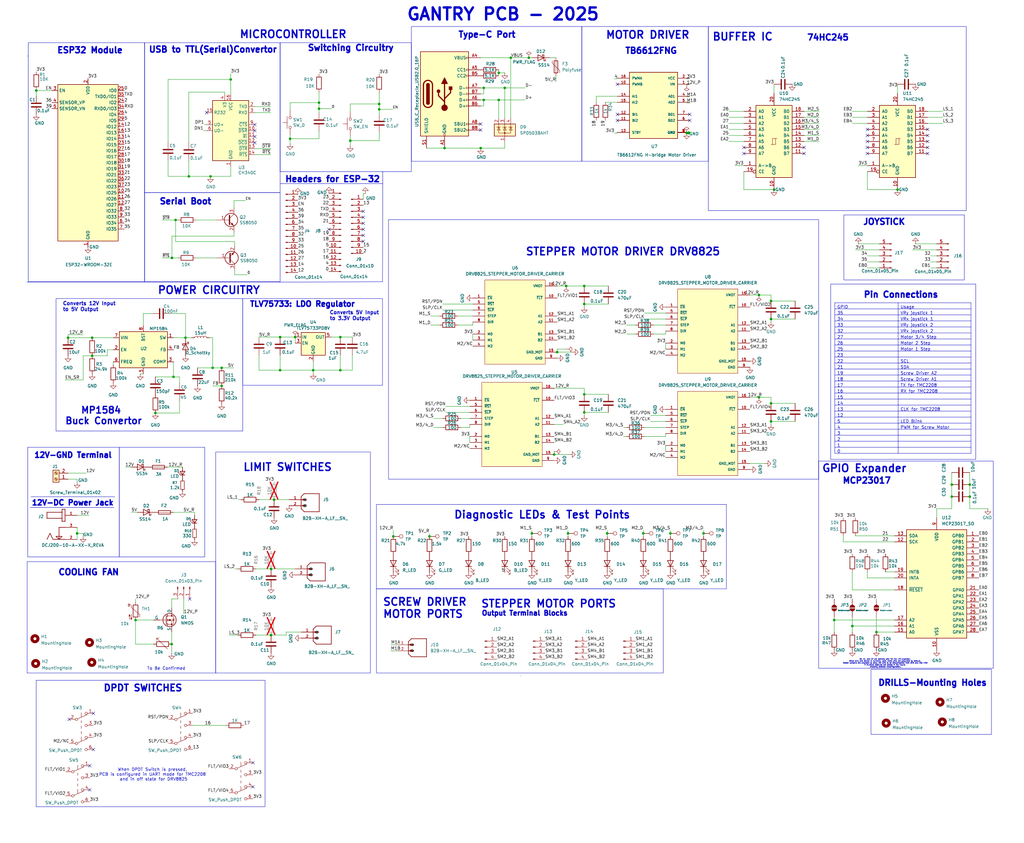
<source format=kicad_sch>
(kicad_sch (version 20250114) (generator "eeschema") (generator_version "9.0")
  (paper "User" 431.8 355.6)
  (rectangle (start 173.482 11.176) (end 245.364 68.072))
  (rectangle (start 158.75 248.412) (end 279.654 283.972))
  (rectangle (start 11.43 236.982) (end 90.932 283.972))
  (rectangle (start 60.96 18.034) (end 118.11 81.28))
  (rectangle (start 118.11 18.034) (end 173.482 72.39))
  (rectangle (start 11.684 188.722) (end 50.292 234.95))
  (rectangle (start 60.96 81.28) (end 118.11 118.872))
  (rectangle (start 90.932 190.754) (end 156.21 283.972))
  (rectangle (start 11.938 18.034) (end 60.96 118.872))
  (rectangle (start 15.24 287.02) (end 111.76 340.36))
  (rectangle (start 23.622 125.984) (end 102.362 181.864))
  (rectangle (start 355.854 90.678) (end 406.654 118.11))
  (rectangle (start 163.83 92.71) (end 345.186 202.184))
  (rectangle (start 102.362 125.984) (end 161.29 162.56))
  (rectangle (start 158.75 212.852) (end 306.324 248.412))
  (rectangle (start 50.292 188.722) (end 86.36 234.95))
  (rectangle (start 345.186 194.564) (end 418.846 281.94))
  (rectangle (start 367.284 282.448) (end 418.084 309.88))
  (rectangle (start 245.364 11.176) (end 298.704 68.072))
  (rectangle (start 298.704 11.176) (end 407.416 88.9))
  (rectangle (start 350.266 119.888) (end 411.48 193.802))
  (text "STEPPER MOTOR PORTS\n\n" (at 202.692 261.874 0) (effects (font (size 3.175 3.175) (thickness 0.6) (bold yes)) (justify left bottom)))
  (text "GANTRY PCB - 2025" (at 171.196 9.144 0) (effects (font (size 5.08 5.08) (thickness 1) (bold yes)) (justify left bottom)))
  (text "12V-GND Terminal" (at 14.224 193.548 0) (effects (font (size 2.286 2.286) (thickness 0.6) (bold yes)) (justify left bottom)))
  (text "STEPPER MOTOR DRIVER DRV8825\n\n" (at 221.488 113.284 0) (effects (font (size 3.175 3.175) (thickness 0.6) (bold yes)) (justify left bottom)))
  (text "ESP32 Module" (at 23.876 22.86 0) (effects (font (size 2.54 2.54) (thickness 0.6) (bold yes)) (justify left bottom)))
  (text "Serial Boot" (at 67.056 86.614 0) (effects (font (size 2.54 2.54) (thickness 0.6) (bold yes)) (justify left bottom)))
  (text "Converts 12V Input \nto 5V Output" (at 26.416 131.572 0) (effects (font (size 1.524 1.524) (bold yes)) (justify left bottom)))
  (text "Converts 5V Input \nto 3.3V Output" (at 138.938 135.382 0) (effects (font (size 1.524 1.524) (bold yes)) (justify left bottom)))
  (text "Output Terminal Blocks" (at 202.946 260.096 0) (effects (font (size 2.032 2.032) (thickness 0.6) (bold yes)) (justify left bottom)))
  (text "MCP23017" (at 355.092 202.946 0) (effects (font (size 2.54 2.54) (thickness 0.6) (bold yes)) (justify left)))
  (text "DRILLS-Mounting Holes" (at 370.1034 289.7378 0) (effects (font (size 2.54 2.54) (thickness 0.6) (bold yes)) (justify left bottom)))
  (text "Type-C Port\n" (at 193.04 16.256 0) (effects (font (size 2.54 2.54) (thickness 0.6) (bold yes)) (justify left bottom)))
  (text "74HC245" (at 340.106 16.002 0) (effects (font (size 2.54 2.54) (thickness 0.6) (bold yes)) (justify left)))
  (text "COOLING FAN" (at 24.384 243.078 0) (effects (font (size 2.54 2.54) (thickness 0.6) (bold yes)) (justify left bottom)))
  (text "Diagnostic LEDs & Test Points" (at 191.262 219.202 0) (effects (font (size 3.175 3.175) (thickness 0.6) (bold yes)) (justify left bottom)))
  (text "MICROCONTROLLER" (at 100.838 16.51 0) (effects (font (size 3.175 3.175) (thickness 0.6) (bold yes)) (justify left bottom)))
  (text "Pin Connections" (at 363.982 125.984 0) (effects (font (size 2.54 2.54) (thickness 0.6) (bold yes)) (justify left bottom)))
  (text "POWER CIRCUITRY" (at 66.294 124.46 0) (effects (font (size 3.175 3.175) (thickness 0.6) (bold yes)) (justify left bottom)))
  (text "12V-DC Power Jack" (at 13.208 213.614 0) (effects (font (size 2.2352 2.2352) (thickness 0.6) (bold yes)) (justify left bottom)))
  (text "TLV75733: LDO Regulator" (at 105.156 129.794 0) (effects (font (size 2.286 2.286) (thickness 0.6) (bold yes)) (justify left bottom)))
  (text "To Be Confirmed" (at 70.104 282.194 0) (effects (font (size 1.27 1.27))))
  (text "GPIO Expander" (at 346.456 199.644 0) (effects (font (size 3.175 3.175) (thickness 0.6) (bold yes)) (justify left bottom)))
  (text "LIMIT SWITCHES" (at 102.362 199.136 0) (effects (font (size 3.175 3.175) (thickness 0.6) (bold yes)) (justify left bottom)))
  (text "BUFFER IC" (at 300.228 17.526 0) (effects (font (size 3.175 3.175) (thickness 0.6) (bold yes)) (justify left bottom)))
  (text "MP1584 \nBuck Convertor\n" (at 43.688 175.514 0) (effects (font (size 2.794 2.794) (thickness 0.5588) (bold yes))))
  (text "JOYSTICK" (at 363.728 95.25 0) (effects (font (size 2.54 2.54) (thickness 0.6) (bold yes)) (justify left bottom)))
  (text "When DPDT Switch is pressed, \nPCB is configured in UART mode for TMC2208 \nand in off state for DRV8825" (at 64.77 326.898 0) (effects (font (size 1.27 1.27))))
  (text "Headers for ESP-32" (at 120.015 77.2414 0) (effects (font (size 2.54 2.54) (thickness 0.6) (bold yes)) (justify left bottom)))
  (text "A0, A1, and A2 are address pins for the I/O expander. \nSince only one device is currently used, these pins are grounded by default. \nSolder jumpers are provided to allow the pins to be disconnected from GND and tied HIGH\nif multiple modules are added in the future, \nenabling address reconfiguration.\n" (at 373.38 279.908 0) (effects (font (size 0.508 0.508))))
  (text "DPDT SWITCHES" (at 43.434 292.1 0) (effects (font (size 2.794 2.794) (thickness 0.6) (bold yes)) (justify left bottom)))
  (text "MOTOR DRIVER\n" (at 255.27 16.764 0) (effects (font (size 3.175 3.175) (thickness 0.6) (bold yes)) (justify left bottom)))
  (text "SCREW DRIVER\nMOTOR PORTS" (at 161.29 261.112 0) (effects (font (size 3.175 3.175) (thickness 0.6) (bold yes)) (justify left bottom)))
  (text "Switching Circuitry\n" (at 129.5654 21.8694 0) (effects (font (size 2.54 2.54) (thickness 0.6) (bold yes)) (justify left bottom)))
  (text "USB to TTL(Serial)Convertor" (at 62.5348 22.5552 0) (effects (font (size 2.54 2.54) (thickness 0.6) (bold yes)) (justify left bottom)))
  (text "TB6612FNG\n" (at 263.398 21.59 0) (effects (font (size 2.54 2.54) (thickness 0.6) (bold yes)) (justify left)))
  (junction (at 401.32 204.47))
  (junction (at 73.152 159.004))
  (junction (at 223.012 24.384))
  (junction (at 325.12 177.8))
  (junction (at 38.862 150.114))
  (junction (at 320.04 124.46))
  (junction (at 114.3 267.97))
  (junction (at 290.43 56.034))
  (junction (at 326.39 80.01))
  (junction (at 233.68 191.77))
  (junction (at 132.08 156.21))
  (junction (at 72.517 108.8136))
  (junction (at 181.102 226.314))
  (junction (at 79.629 74.422))
  (junction (at 238.76 120.65))
  (junction (at 93.472 162.814))
  (junction (at 246.38 128.27))
  (junction (at 256.032 225.044))
  (junction (at 351.79 261.62))
  (junction (at 159.893 46.1518))
  (junction (at 296.672 225.044))
  (junction (at 224.282 225.044))
  (junction (at 72.39 271.78))
  (junction (at 212.852 37.084))
  (junction (at 239.522 225.044))
  (junction (at 210.312 30.734))
  (junction (at 159.893 43.8658))
  (junction (at 32.512 225.044))
  (junction (at 78.232 142.494))
  (junction (at 147.701 59.3598))
  (junction (at 143.51 142.24))
  (junction (at 202.692 62.484))
  (junction (at 74.041 92.8116))
  (junction (at 124.46 142.24))
  (junction (at 234.95 148.59))
  (junction (at 290.48 56.134))
  (junction (at 210.312 42.164))
  (junction (at 246.38 166.37))
  (junction (at 325.12 134.62))
  (junction (at 290.48 56.034))
  (junction (at 88.773 74.422))
  (junction (at 325.12 127))
  (junction (at 57.15 261.62))
  (junction (at 271.272 225.044))
  (junction (at 89.662 155.194))
  (junction (at 114.3 240.03))
  (junction (at 97.282 33.528))
  (junction (at 187.452 62.484))
  (junction (at 118.11 142.24))
  (junction (at 203.962 37.084))
  (junction (at 65.532 174.244))
  (junction (at 28.702 142.494))
  (junction (at 369.57 266.7))
  (junction (at 203.962 42.164))
  (junction (at 15.2908 38.2016))
  (junction (at 246.38 173.99))
  (junction (at 289.56 56.134))
  (junction (at 290.43 56.134))
  (junction (at 408.94 204.47))
  (junction (at 118.11 156.21))
  (junction (at 282.702 225.044))
  (junction (at 134.5184 45.847))
  (junction (at 246.38 120.65))
  (junction (at 378.46 80.01))
  (junction (at 115.57 210.82))
  (junction (at 165.862 226.314))
  (junction (at 38.862 142.494))
  (junction (at 359.41 264.16))
  (junction (at 325.12 170.18))
  (junction (at 401.32 209.55))
  (junction (at 408.94 209.55))
  (junction (at 93.472 155.194))
  (junction (at 143.51 156.21))
  (junction (at 320.04 167.64))
  (junction (at 122.3264 58.547))
  (junction (at 215.392 24.384))
  (junction (at 134.5184 43.307))
  (no_connect (at 365.76 62.23))
  (no_connect (at 153.162 99.314))
  (no_connect (at 80.01 252.73))
  (no_connect (at 391.16 59.69))
  (no_connect (at 290.83 50.8))
  (no_connect (at 107.442 55.118))
  (no_connect (at 365.76 59.69))
  (no_connect (at 107.442 52.578))
  (no_connect (at 391.16 62.23))
  (no_connect (at 39.37 300.99))
  (no_connect (at 107.442 60.198))
  (no_connect (at 391.16 57.15))
  (no_connect (at 106.68 321.818))
  (no_connect (at 202.692 54.864))
  (no_connect (at 29.21 303.53))
  (no_connect (at 106.68 331.978))
  (no_connect (at 39.37 316.23))
  (no_connect (at 313.69 64.77))
  (no_connect (at 138.7094 96.774))
  (no_connect (at 260.35 50.8))
  (no_connect (at 365.76 54.61))
  (no_connect (at 391.16 54.61))
  (no_connect (at 87.122 47.498))
  (no_connect (at 290.83 48.26))
  (no_connect (at 365.76 57.15))
  (no_connect (at 153.162 94.234))
  (no_connect (at 313.69 62.23))
  (no_connect (at 153.162 91.694))
  (no_connect (at 339.09 62.23))
  (no_connect (at 153.162 89.154))
  (no_connect (at 153.162 101.854))
  (no_connect (at 365.76 64.77))
  (no_connect (at 37.846 333.248))
  (no_connect (at 260.35 35.56))
  (no_connect (at 107.442 57.658))
  (no_connect (at 153.162 96.774))
  (no_connect (at 339.09 64.77))
  (no_connect (at 260.35 48.26))
  (no_connect (at 202.692 52.324))
  (no_connect (at 391.16 64.77))
  (no_connect (at 37.846 323.088))
  (wire (pts (xy 186.69 130.81) (xy 199.39 130.81)))
  (wire (pts (xy 55.372 216.154) (xy 57.912 216.154)))
  (wire (pts (xy 159.893 55.8038) (xy 159.893 59.3598)))
  (wire (pts (xy 203.962 37.084) (xy 203.962 39.624)))
  (wire (pts (xy 122.3264 46.609) (xy 122.3264 43.307)))
  (wire (pts (xy 355.6 228.6) (xy 355.6 226.06)))
  (polyline (pts (xy 11.43 23.622) (xy 11.684 23.622)))
  (wire (pts (xy 59.182 157.734) (xy 60.452 157.734)))
  (wire (pts (xy 345.44 46.99) (xy 339.09 46.99)))
  (wire (pts (xy 264.16 137.16) (xy 267.97 137.16)))
  (wire (pts (xy 198.12 180.34) (xy 198.12 179.07)))
  (wire (pts (xy 290.48 56.134) (xy 290.43 56.134)))
  (wire (pts (xy 365.76 243.84) (xy 377.19 243.84)))
  (wire (pts (xy 143.51 149.86) (xy 143.51 156.21)))
  (wire (pts (xy 251.46 43.18) (xy 251.46 40.64)))
  (wire (pts (xy 365.76 107.95) (xy 370.84 107.95)))
  (wire (pts (xy 271.78 132.08) (xy 280.67 132.08)))
  (wire (pts (xy 72.39 271.78) (xy 72.39 275.59)))
  (wire (pts (xy 215.392 24.384) (xy 215.392 49.784)))
  (wire (pts (xy 32.512 225.044) (xy 32.512 227.584)))
  (wire (pts (xy 72.517 108.8136) (xy 68.453 108.8136)))
  (wire (pts (xy 271.272 223.774) (xy 271.272 225.044)))
  (wire (pts (xy 107.442 44.958) (xy 114.173 44.958)))
  (wire (pts (xy 93.472 155.194) (xy 98.552 155.194)))
  (wire (pts (xy 234.442 32.004) (xy 234.442 34.544)))
  (wire (pts (xy 187.452 62.484) (xy 202.692 62.484)))
  (wire (pts (xy 203.962 37.084) (xy 212.852 37.084)))
  (wire (pts (xy 307.34 52.07) (xy 313.69 52.07)))
  (wire (pts (xy 15.2908 38.2016) (xy 21.8694 38.2016)))
  (wire (pts (xy 187.96 171.45) (xy 198.12 171.45)))
  (wire (pts (xy 71.882 132.334) (xy 78.232 132.334)))
  (wire (pts (xy 75.692 174.244) (xy 75.692 169.164)))
  (wire (pts (xy 75.057 92.8116) (xy 74.041 92.8116)))
  (wire (pts (xy 210.312 29.464) (xy 210.312 30.734)))
  (wire (pts (xy 260.1 33.02) (xy 260.1 33.274)))
  (wire (pts (xy 212.852 37.084) (xy 221.488 37.084)))
  (wire (pts (xy 360.68 105.41) (xy 370.84 105.41)))
  (wire (pts (xy 194.31 176.53) (xy 198.12 176.53)))
  (wire (pts (xy 256.54 128.27) (xy 246.38 128.27)))
  (wire (pts (xy 88.773 74.422) (xy 97.282 74.422)))
  (wire (pts (xy 98.679 99.6696) (xy 72.517 99.6696)))
  (wire (pts (xy 401.32 199.39) (xy 401.32 204.47)))
  (wire (pts (xy 203.962 42.164) (xy 203.962 44.704)))
  (wire (pts (xy 47.752 142.494) (xy 38.862 142.494)))
  (wire (pts (xy 182.88 180.34) (xy 186.69 180.34)))
  (wire (pts (xy 290.83 40.64) (xy 290.33 40.64)))
  (wire (pts (xy 345.44 49.53) (xy 339.09 49.53)))
  (wire (pts (xy 256.54 173.99) (xy 246.38 173.99)))
  (wire (pts (xy 210.312 30.734) (xy 210.312 32.004)))
  (wire (pts (xy 325.12 124.46) (xy 320.04 124.46)))
  (wire (pts (xy 89.662 162.814) (xy 93.472 162.814)))
  (wire (pts (xy 203.962 44.704) (xy 202.692 44.704)))
  (wire (pts (xy 32.512 202.184) (xy 32.512 203.454)))
  (wire (pts (xy 134.5184 45.847) (xy 134.5184 47.625)))
  (wire (pts (xy 351.79 261.62) (xy 377.19 261.62)))
  (wire (pts (xy 179.832 62.484) (xy 187.452 62.484)))
  (wire (pts (xy 118.11 142.24) (xy 124.46 142.24)))
  (wire (pts (xy 359.41 52.07) (xy 365.76 52.07)))
  (wire (pts (xy 260.15 55.88) (xy 260.15 56.134)))
  (wire (pts (xy 296.672 225.044) (xy 296.672 226.314)))
  (wire (pts (xy 74.041 92.8116) (xy 68.453 92.8116)))
  (wire (pts (xy 351.79 261.62) (xy 351.79 266.7)))
  (wire (pts (xy 132.08 156.21) (xy 132.08 152.4)))
  (wire (pts (xy 233.68 190.5) (xy 233.68 191.77)))
  (wire (pts (xy 262.89 180.34) (xy 264.16 180.34)))
  (wire (pts (xy 264.16 140.97) (xy 267.97 140.97)))
  (wire (pts (xy 241.3 148.59) (xy 234.95 148.59)))
  (wire (pts (xy 79.629 38.862) (xy 94.742 38.862)))
  (wire (pts (xy 60.452 132.334) (xy 64.262 132.334)))
  (wire (pts (xy 70.612 197.104) (xy 76.962 197.104)))
  (wire (pts (xy 290.43 56.134) (xy 289.56 56.134)))
  (wire (pts (xy 359.41 260.35) (xy 359.41 264.16)))
  (wire (pts (xy 255.27 43.18) (xy 260.35 43.18)))
  (wire (pts (xy 122.3264 43.307) (xy 134.5184 43.307)))
  (polyline (pts (xy 219.5068 285.1404) (xy 219.5068 285.242)))
  (wire (pts (xy 260.15 56.134) (xy 259.08 56.134)))
  (wire (pts (xy 181.61 133.35) (xy 185.42 133.35)))
  (wire (pts (xy 271.78 180.34) (xy 280.67 180.34)))
  (wire (pts (xy 98.679 87.7316) (xy 98.679 84.6836)))
  (wire (pts (xy 98.679 97.8916) (xy 98.679 99.6696)))
  (wire (pts (xy 256.54 120.65) (xy 246.38 120.65)))
  (wire (pts (xy 280.67 182.88) (xy 280.67 184.15)))
  (wire (pts (xy 159.893 38.9128) (xy 159.893 43.8658)))
  (wire (pts (xy 392.43 110.49) (xy 394.97 110.49)))
  (wire (pts (xy 325.12 170.18) (xy 325.12 167.64)))
  (wire (pts (xy 365.76 113.03) (xy 370.84 113.03)))
  (wire (pts (xy 87.122 55.118) (xy 85.852 55.118)))
  (wire (pts (xy 397.51 52.07) (xy 391.16 52.07)))
  (wire (pts (xy 307.34 46.99) (xy 313.69 46.99)))
  (wire (pts (xy 274.32 177.8) (xy 280.67 177.8)))
  (wire (pts (xy 100.33 210.82) (xy 101.6 210.82)))
  (wire (pts (xy 79.629 74.422) (xy 70.866 74.422)))
  (wire (pts (xy 290.33 40.64) (xy 290.33 40.894)))
  (wire (pts (xy 89.662 155.194) (xy 93.472 155.194)))
  (wire (pts (xy 361.95 69.85) (xy 365.76 69.85)))
  (wire (pts (xy 35.052 150.114) (xy 38.862 150.114)))
  (wire (pts (xy 107.95 240.03) (xy 114.3 240.03)))
  (wire (pts (xy 365.76 241.3) (xy 365.76 243.84)))
  (wire (pts (xy 32.512 217.424) (xy 37.592 217.424)))
  (wire (pts (xy 325.12 179.07) (xy 325.12 177.8)))
  (wire (pts (xy 73.152 159.004) (xy 73.152 152.654)))
  (wire (pts (xy 239.522 225.044) (xy 239.522 226.314)))
  (wire (pts (xy 78.232 142.494) (xy 80.772 142.494)))
  (wire (pts (xy 290.53 56.134) (xy 290.48 56.134)))
  (wire (pts (xy 234.95 147.32) (xy 234.95 148.59)))
  (wire (pts (xy 313.69 72.39) (xy 313.69 80.01)))
  (wire (pts (xy 307.34 49.53) (xy 313.69 49.53)))
  (wire (pts (xy 109.22 142.24) (xy 118.11 142.24)))
  (wire (pts (xy 224.282 223.774) (xy 224.282 225.044)))
  (wire (pts (xy 378.46 35.56) (xy 378.46 39.37)))
  (wire (pts (xy 212.852 30.734) (xy 210.312 30.734)))
  (wire (pts (xy 82.042 216.154) (xy 82.042 217.424)))
  (wire (pts (xy 122.3264 56.769) (xy 122.3264 58.547)))
  (wire (pts (xy 47.752 153.924) (xy 47.752 152.654)))
  (wire (pts (xy 134.5184 45.847) (xy 139.8524 45.847)))
  (wire (pts (xy 186.69 128.27) (xy 199.39 128.27)))
  (wire (pts (xy 290.48 56.034) (xy 290.48 56.134)))
  (wire (pts (xy 397.51 49.53) (xy 391.16 49.53)))
  (wire (pts (xy 132.08 157.48) (xy 132.08 156.21)))
  (wire (pts (xy 326.39 35.56) (xy 326.39 39.37)))
  (wire (pts (xy 57.15 271.78) (xy 57.15 261.62)))
  (wire (pts (xy 35.052 160.274) (xy 35.052 150.114)))
  (wire (pts (xy 107.442 62.738) (xy 114.173 62.738)))
  (wire (pts (xy 134.5184 38.862) (xy 134.5184 43.307)))
  (wire (pts (xy 238.76 147.32) (xy 234.95 147.32)))
  (wire (pts (xy 28.702 141.224) (xy 35.052 141.224)))
  (wire (pts (xy 322.58 195.58) (xy 316.23 195.58)))
  (wire (pts (xy 107.95 267.97) (xy 114.3 267.97)))
  (wire (pts (xy 401.32 204.47) (xy 401.32 209.55)))
  (wire (pts (xy 89.662 142.494) (xy 88.392 142.494)))
  (wire (pts (xy 345.44 52.07) (xy 339.09 52.07)))
  (wire (pts (xy 373.38 241.3) (xy 377.19 241.3)))
  (wire (pts (xy 86.106 52.578) (xy 87.122 52.578)))
  (wire (pts (xy 94.742 39.878) (xy 94.742 38.862)))
  (wire (pts (xy 234.442 24.384) (xy 231.902 24.384)))
  (wire (pts (xy 290.83 43.18) (xy 290.83 43.434)))
  (wire (pts (xy 134.5184 43.307) (xy 134.5184 45.847)))
  (wire (pts (xy 335.28 134.62) (xy 325.12 134.62)))
  (polyline (pts (xy 161.417 72.39) (xy 161.29 118.872)))
  (wire (pts (xy 210.312 42.164) (xy 221.488 42.164)))
  (wire (pts (xy 313.69 80.01) (xy 326.39 80.01)))
  (polyline (pts (xy 161.29 118.872) (xy 117.7036 119.0244)))
  (wire (pts (xy 359.41 49.53) (xy 365.76 49.53)))
  (wire (pts (xy 72.39 252.73) (xy 72.39 256.54)))
  (wire (pts (xy 114.3 240.03) (xy 124.46 240.03)))
  (wire (pts (xy 65.532 174.244) (xy 75.692 174.244)))
  (wire (pts (xy 280.67 140.97) (xy 280.67 139.7)))
  (wire (pts (xy 82.677 92.8116) (xy 91.059 92.8116)))
  (wire (pts (xy 233.68 163.83) (xy 246.38 163.83)))
  (wire (pts (xy 215.392 24.384) (xy 223.012 24.384)))
  (wire (pts (xy 365.76 80.01) (xy 378.46 80.01)))
  (wire (pts (xy 359.41 264.16) (xy 359.41 266.7)))
  (wire (pts (xy 198.12 184.15) (xy 198.12 186.69)))
  (wire (pts (xy 199.39 140.97) (xy 199.39 143.51)))
  (wire (pts (xy 271.272 225.044) (xy 271.272 226.314)))
  (wire (pts (xy 107.442 65.278) (xy 114.173 65.278)))
  (wire (pts (xy 384.81 105.41) (xy 394.97 105.41)))
  (wire (pts (xy 134.5184 55.245) (xy 134.5184 58.547)))
  (wire (pts (xy 109.22 149.86) (xy 109.22 156.21)))
  (wire (pts (xy 290.83 55.88) (xy 290.43 55.88)))
  (wire (pts (xy 282.702 223.774) (xy 282.702 225.044)))
  (wire (pts (xy 147.701 47.1678) (xy 147.701 43.8658)))
  (wire (pts (xy 392.43 113.03) (xy 394.97 113.03)))
  (wire (pts (xy 82.677 108.8136) (xy 91.313 108.8136)))
  (wire (pts (xy 203.962 39.624) (xy 202.692 39.624)))
  (wire (pts (xy 202.692 62.484) (xy 212.852 62.484)))
  (wire (pts (xy 238.76 120.65) (xy 234.95 120.65)))
  (wire (pts (xy 52.832 197.104) (xy 55.372 197.104)))
  (wire (pts (xy 365.76 72.39) (xy 365.76 80.01)))
  (wire (pts (xy 361.95 102.87) (xy 370.84 102.87)))
  (wire (pts (xy 159.893 43.8658) (xy 159.893 46.1518)))
  (wire (pts (xy 320.04 124.46) (xy 316.23 124.46)))
  (wire (pts (xy 45.212 147.574) (xy 47.752 147.574)))
  (wire (pts (xy 28.702 142.494) (xy 38.862 142.494)))
  (wire (pts (xy 70.866 74.422) (xy 70.866 67.691)))
  (wire (pts (xy 98.933 101.9556) (xy 74.041 101.9556)))
  (wire (pts (xy 290.23 33.02) (xy 290.23 33.274)))
  (wire (pts (xy 290.23 33.274) (xy 289.56 33.274)))
  (wire (pts (xy 181.102 225.044) (xy 181.102 226.314)))
  (wire (pts (xy 309.88 69.85) (xy 313.69 69.85)))
  (wire (pts (xy 35.052 225.044) (xy 35.052 226.314)))
  (wire (pts (xy 193.04 137.16) (xy 199.39 137.16)))
  (wire (pts (xy 377.19 266.7) (xy 369.57 266.7)))
  (wire (pts (xy 307.34 57.15) (xy 313.69 57.15)))
  (wire (pts (xy 57.15 261.62) (xy 64.77 261.62)))
  (wire (pts (xy 75.057 108.8136) (xy 72.517 108.8136)))
  (wire (pts (xy 182.88 176.53) (xy 186.69 176.53)))
  (wire (pts (xy 143.51 156.21) (xy 148.59 156.21)))
  (wire (pts (xy 15.2908 37.8714) (xy 15.2908 38.2016)))
  (wire (pts (xy 290.53 56.034) (xy 290.53 56.134)))
  (wire (pts (xy 290.83 33.02) (xy 290.23 33.02)))
  (wire (pts (xy 394.97 214.63) (xy 394.97 218.44)))
  (wire (pts (xy 256.032 223.774) (xy 256.032 225.044)))
  (wire (pts (xy 246.38 166.37) (xy 246.38 163.83)))
  (wire (pts (xy 194.31 180.34) (xy 198.12 180.34)))
  (wire (pts (xy 147.701 57.3278) (xy 147.701 59.3598)))
  (polyline (pts (xy 117.9576 118.9736) (xy 11.3792 118.9736)))
  (wire (pts (xy 28.702 141.224) (xy 28.702 142.494)))
  (wire (pts (xy 369.57 260.35) (xy 369.57 266.7)))
  (wire (pts (xy 32.512 225.044) (xy 35.052 225.044)))
  (wire (pts (xy 290.83 43.434) (xy 289.56 43.434)))
  (wire (pts (xy 335.28 170.18) (xy 325.12 170.18)))
  (wire (pts (xy 74.041 101.9556) (xy 74.041 92.8116)))
  (wire (pts (xy 325.12 135.89) (xy 325.12 134.62)))
  (wire (pts (xy 164.7952 274.574) (xy 167.132 274.574)))
  (wire (pts (xy 64.77 271.78) (xy 57.15 271.78)))
  (wire (pts (xy 115.57 210.82) (xy 121.92 210.82)))
  (wire (pts (xy 199.39 137.16) (xy 199.39 135.89)))
  (wire (pts (xy 290.33 40.894) (xy 289.56 40.894)))
  (wire (pts (xy 290.43 55.88) (xy 290.43 56.034)))
  (wire (pts (xy 290.83 35.56) (xy 290.28 35.56)))
  (wire (pts (xy 159.893 59.3598) (xy 147.701 59.3598)))
  (wire (pts (xy 120.65 266.7) (xy 120.65 267.97)))
  (wire (pts (xy 223.012 24.384) (xy 224.282 24.384)))
  (wire (pts (xy 212.852 37.084) (xy 212.852 49.784)))
  (wire (pts (xy 325.12 167.64) (xy 320.04 167.64)))
  (wire (pts (xy 70.866 60.071) (xy 70.866 33.528)))
  (wire (pts (xy 120.65 267.97) (xy 114.3 267.97)))
  (wire (pts (xy 325.12 127) (xy 325.12 124.46)))
  (wire (pts (xy 28.702 199.644) (xy 36.322 199.644)))
  (wire (pts (xy 99.06 240.03) (xy 100.33 240.03)))
  (wire (pts (xy 290.48 56.034) (xy 290.53 56.034)))
  (wire (pts (xy 246.38 129.54) (xy 246.38 128.27)))
  (wire (pts (xy 153.162 84.074) (xy 153.162 81.7118)))
  (wire (pts (xy 251.46 40.64) (xy 260.35 40.64)))
  (wire (pts (xy 73.152 142.494) (xy 78.232 142.494)))
  (wire (pts (xy 280.67 187.96) (xy 280.67 190.5)))
  (wire (pts (xy 72.39 266.7) (xy 72.39 271.78)))
  (wire (pts (xy 147.701 43.8658) (xy 159.893 43.8658)))
  (wire (pts (xy 73.152 159.004) (xy 75.692 159.004)))
  (wire (pts (xy 224.282 225.044) (xy 224.282 226.314)))
  (wire (pts (xy 339.09 54.61) (xy 345.44 54.61)))
  (wire (pts (xy 401.32 209.55) (xy 401.32 214.63)))
  (wire (pts (xy 38.862 150.114) (xy 45.212 150.114)))
  (wire (pts (xy 280.67 144.78) (xy 280.67 147.32)))
  (wire (pts (xy 139.7 142.24) (xy 143.51 142.24)))
  (wire (pts (xy 365.76 110.49) (xy 370.84 110.49)))
  (wire (pts (xy 95.25 306.07) (xy 81.28 306.07)))
  (wire (pts (xy 359.41 241.3) (xy 359.41 248.92)))
  (wire (pts (xy 210.312 42.164) (xy 210.312 49.784)))
  (wire (pts (xy 351.79 260.35) (xy 351.79 261.62)))
  (wire (pts (xy 359.41 248.92) (xy 377.19 248.92)))
  (wire (pts (xy 240.03 191.77) (xy 233.68 191.77)))
  (wire (pts (xy 60.452 137.414) (xy 60.452 132.334)))
  (wire (pts (xy 122.3264 58.547) (xy 122.3264 60.579)))
  (wire (pts (xy 97.282 39.878) (xy 97.282 33.528)))
  (wire (pts (xy 307.34 54.61) (xy 313.69 54.61)))
  (wire (pts (xy 408.94 199.39) (xy 408.94 204.47)))
  (wire (pts (xy 307.34 59.69) (xy 313.69 59.69)))
  (wire (pts (xy 118.11 149.86) (xy 118.11 156.21)))
  (wire (pts (xy 237.49 179.07) (xy 233.68 179.07)))
  (wire (pts (xy 15.2654 38.2016) (xy 15.2908 38.2016)))
  (wire (pts (xy 239.522 223.774) (xy 239.522 225.044)))
  (wire (pts (xy 89.662 155.194) (xy 89.662 142.494)))
  (wire (pts (xy 65.532 159.004) (xy 73.152 159.004)))
  (wire (pts (xy 280.67 184.15) (xy 271.78 184.15)))
  (wire (pts (xy 256.032 225.044) (xy 256.032 226.314)))
  (wire (pts (xy 118.11 156.21) (xy 132.08 156.21)))
  (wire (pts (xy 75.692 159.004) (xy 75.692 161.544)))
  (wire (pts (xy 148.59 149.86) (xy 148.59 156.21)))
  (wire (pts (xy 339.09 59.69) (xy 345.44 59.69)))
  (wire (pts (xy 262.89 184.15) (xy 264.16 184.15)))
  (wire (pts (xy 78.232 132.334) (xy 78.232 142.494)))
  (wire (pts (xy 96.52 267.97) (xy 100.33 267.97)))
  (wire (pts (xy 386.08 102.87) (xy 394.97 102.87)))
  (wire (pts (xy 79.629 74.422) (xy 88.773 74.422)))
  (wire (pts (xy 408.94 204.47) (xy 408.94 209.55)))
  (wire (pts (xy 15.2908 38.2016) (xy 15.2908 40.5384)))
  (wire (pts (xy 260.35 33.02) (xy 260.1 33.02)))
  (wire (pts (xy 290.43 56.034) (xy 290.43 56.134)))
  (wire (pts (xy 107.442 47.498) (xy 114.173 47.498)))
  (wire (pts (xy 275.59 137.16) (xy 280.67 137.16)))
  (wire (pts (xy 260.1 33.274) (xy 259.08 33.274)))
  (wire (pts (xy 238.76 120.65) (xy 246.38 120.65)))
  (wire (pts (xy 256.54 166.37) (xy 246.38 166.37)))
  (wire (pts (xy 360.68 226.06) (xy 377.19 226.06)))
  (wire (pts (xy 296.672 223.774) (xy 296.672 225.044)))
  (wire (pts (xy 320.04 167.64) (xy 316.23 167.64)))
  (wire (pts (xy 79.629 38.862) (xy 79.629 60.198)))
  (wire (pts (xy 70.866 33.528) (xy 97.282 33.528)))
  (wire (pts (xy 98.933 113.8936) (xy 98.933 115.9256)))
  (polyline (pts (xy 48.3616 209.5754) (xy 13.0556 209.5754)))
  (wire (pts (xy 45.212 150.114) (xy 45.212 147.574)))
  (wire (pts (xy 392.43 107.95) (xy 394.97 107.95)))
  (wire (pts (xy 187.96 173.99) (xy 198.12 173.99)))
  (wire (pts (xy 335.28 177.8) (xy 325.12 177.8)))
  (polyline (pts (xy 161.4424 77.4446) (xy 118.1354 77.4954)))
  (wire (pts (xy 335.28 127) (xy 325.12 127)))
  (wire (pts (xy 282.702 225.044) (xy 282.702 226.314)))
  (wire (pts (xy 408.94 209.55) (xy 408.94 214.63)))
  (polyline (pts (xy 48.0314 214.122) (xy 12.7254 214.122)))
  (wire (pts (xy 274.32 175.26) (xy 280.67 175.26)))
  (wire (pts (xy 134.5184 58.547) (xy 122.3264 58.547)))
  (wire (pts (xy 212.852 59.944) (xy 212.852 62.484)))
  (wire (pts (xy 401.32 214.63) (xy 394.97 214.63)))
  (wire (pts (xy 164.8714 272.0086) (xy 167.132 272.034)))
  (wire (pts (xy 165.862 223.774) (xy 165.862 226.314)))
  (wire (pts (xy 98.679 84.6836) (xy 103.505 84.6836)))
  (wire (pts (xy 73.152 216.154) (xy 82.042 216.154)))
  (wire (pts (xy 275.59 140.97) (xy 280.67 140.97)))
  (wire (pts (xy 202.692 37.084) (xy 203.962 37.084)))
  (wire (pts (xy 159.893 46.1518) (xy 165.608 46.1518)))
  (wire (pts (xy 109.22 156.21) (xy 118.11 156.21)))
  (wire (pts (xy 153.162 81.7118) (xy 154.0764 81.7118)))
  (wire (pts (xy 132.08 156.21) (xy 143.51 156.21)))
  (wire (pts (xy 203.962 42.164) (xy 210.312 42.164)))
  (wire (pts (xy 27.432 160.274) (xy 35.052 160.274)))
  (wire (pts (xy 124.46 142.24) (xy 124.46 144.78)))
  (wire (pts (xy 202.692 42.164) (xy 203.962 42.164)))
  (wire (pts (xy 359.41 264.16) (xy 377.19 264.16)))
  (wire (pts (xy 32.512 222.504) (xy 32.512 225.044)))
  (wire (pts (xy 127 266.7) (xy 120.65 266.7)))
  (wire (pts (xy 77.47 252.73) (xy 77.47 259.08)))
  (wire (pts (xy 397.51 46.99) (xy 391.16 46.99)))
  (wire (pts (xy 181.61 137.16) (xy 185.42 137.16)))
  (wire (pts (xy 290.43 56.034) (xy 290.48 56.034)))
  (wire (pts (xy 98.933 103.7336) (xy 98.933 101.9556)))
  (wire (pts (xy 246.38 175.26) (xy 246.38 173.99)))
  (wire (pts (xy 147.701 59.3598) (xy 147.701 61.3918)))
  (wire (pts (xy 290.28 35.56) (xy 290.28 35.814)))
  (wire (pts (xy 83.312 155.194) (xy 89.662 155.194)))
  (wire (pts (xy 57.15 254) (xy 57.15 252.73)))
  (wire (pts (xy 98.933 115.9256) (xy 104.267 115.9256)))
  (wire (pts (xy 408.94 214.63) (xy 416.56 214.63)))
  (wire (pts (xy 143.51 142.24) (xy 148.59 142.24)))
  (wire (pts (xy 97.282 74.422) (xy 97.282 70.358)))
  (wire (pts (xy 28.702 202.184) (xy 32.512 202.184)))
  (wire (pts (xy 359.41 46.99) (xy 365.76 46.99)))
  (wire (pts (xy 109.22 210.82) (xy 115.57 210.82)))
  (wire (pts (xy 290.28 35.814) (xy 289.56 35.814)))
  (wire (pts (xy 72.517 99.6696) (xy 72.517 108.8136)))
  (wire (pts (xy 193.04 133.35) (xy 199.39 133.35)))
  (wire (pts (xy 260.35 55.88) (xy 260.15 55.88)))
  (wire (pts (xy 339.09 57.15) (xy 345.44 57.15)))
  (wire (pts (xy 355.6 228.6) (xy 377.19 228.6)))
  (wire (pts (xy 97.282 33.528) (xy 97.282 30.988)))
  (wire (pts (xy 202.692 24.384) (xy 215.392 24.384)))
  (wire (pts (xy 72.39 252.73) (xy 74.93 252.73)))
  (wire (pts (xy 271.78 134.62) (xy 280.67 134.62)))
  (wire (pts (xy 79.629 67.818) (xy 79.629 74.422)))
  (wire (pts (xy 159.893 46.1518) (xy 159.893 48.1838)))
  (table (column_count 2) (border (external yes) (header yes)) (separators (rows yes) (cols yes)) (column_widths 26.67 30.734) (row_heights 2.54 2.54 2.54 2.54 2.54 2.54 2.54 2.54 2.54 2.54 2.54 2.54 2.54 2.54 2.54 2.54 2.54 2.54 2.54 2.54 2.54 2.54 2.54 2.54 2.54) (cells (table_cell "GPIO" (at 352.044 127.762 0) (size 26.67 2.54) (margins 0.9525 0.9525 0.9525 0.9525) (span 1 1)) (table_cell "Usage" (at 378.714 127.762 0) (size 30.734 2.54) (margins 0.9525 0.9525 0.9525 0.9525) (span 1 1)) (table_cell "35" (at 352.044 130.302 0) (size 26.67 2.54) (margins 0.9525 0.9525 0.9525 0.9525) (span 1 1)) (table_cell "VRy joystick 1" (at 378.714 130.302 0) (size 30.734 2.54) (margins 0.9525 0.9525 0.9525 0.9525) (span 1 1)) (table_cell "34" (at 352.044 132.842 0) (size 26.67 2.54) (margins 0.9525 0.9525 0.9525 0.9525) (span 1 1)) (table_cell "VRx joystick 1" (at 378.714 132.842 0) (size 30.734 2.54) (margins 0.9525 0.9525 0.9525 0.9525) (span 1 1)) (table_cell "33" (at 352.044 135.382 0) (size 26.67 2.54) (margins 0.9525 0.9525 0.9525 0.9525) (span 1 1)) (table_cell "VRy joystick 2" (at 378.714 135.382 0) (size 30.734 2.54) (margins 0.9525 0.9525 0.9525 0.9525) (span 1 1)) (table_cell "32" (at 352.044 137.922 0) (size 26.67 2.54) (margins 0.9525 0.9525 0.9525 0.9525) (span 1 1)) (table_cell "VRx joystick 2" (at 378.714 137.922 0) (size 30.734 2.54) (margins 0.9525 0.9525 0.9525 0.9525) (span 1 1)) (table_cell "27" (at 352.044 140.462 0) (size 26.67 2.54) (margins 0.9525 0.9525 0.9525 0.9525) (span 1 1)) (table_cell "Motor 3/4 Step" (at 378.714 140.462 0) (size 30.734 2.54) (margins 0.9525 0.9525 0.9525 0.9525) (span 1 1)) (table_cell "26" (at 352.044 143.002 0) (size 26.67 2.54) (margins 0.9525 0.9525 0.9525 0.9525) (span 1 1)) (table_cell "Motor 2 Step" (at 378.714 143.002 0) (size 30.734 2.54) (margins 0.9525 0.9525 0.9525 0.9525) (span 1 1)) (table_cell "25" (at 352.044 145.542 0) (size 26.67 2.54) (margins 0.9525 0.9525 0.9525 0.9525) (span 1 1)) (table_cell "Motor 1 Step" (at 378.714 145.542 0) (size 30.734 2.54) (margins 0.9525 0.9525 0.9525 0.9525) (span 1 1)) (table_cell "23" (at 352.044 148.082 0) (size 26.67 2.54) (margins 0.9525 0.9525 0.9525 0.9525) (span 1 1)) (table_cell "" (at 378.714 148.082 0) (size 30.734 2.54) (margins 0.9525 0.9525 0.9525 0.9525) (span 1 1)) (table_cell "22" (at 352.044 150.622 0) (size 26.67 2.54) (margins 0.9525 0.9525 0.9525 0.9525) (span 1 1)) (table_cell "SCL" (at 378.714 150.622 0) (size 30.734 2.54) (margins 0.9525 0.9525 0.9525 0.9525) (span 1 1)) (table_cell "21" (at 352.044 153.162 0) (size 26.67 2.54) (margins 0.9525 0.9525 0.9525 0.9525) (span 1 1)) (table_cell "SDA" (at 378.714 153.162 0) (size 30.734 2.54) (margins 0.9525 0.9525 0.9525 0.9525) (span 1 1)) (table_cell "19" (at 352.044 155.702 0) (size 26.67 2.54) (margins 0.9525 0.9525 0.9525 0.9525) (span 1 1)) (table_cell "Screw Driver A2" (at 378.714 155.702 0) (size 30.734 2.54) (margins 0.9525 0.9525 0.9525 0.9525) (span 1 1)) (table_cell "18" (at 352.044 158.242 0) (size 26.67 2.54) (margins 0.9525 0.9525 0.9525 0.9525) (span 1 1)) (table_cell "Screw Driver A1" (at 378.714 158.242 0) (size 30.734 2.54) (margins 0.9525 0.9525 0.9525 0.9525) (span 1 1)) (table_cell "17" (at 352.044 160.782 0) (size 26.67 2.54) (margins 0.9525 0.9525 0.9525 0.9525) (span 1 1)) (table_cell "TX for TMC2208" (at 378.714 160.782 0) (size 30.734 2.54) (margins 0.9525 0.9525 0.9525 0.9525) (span 1 1)) (table_cell "16" (at 352.044 163.322 0) (size 26.67 2.54) (margins 0.9525 0.9525 0.9525 0.9525) (span 1 1)) (table_cell "RX for TMC2208" (at 378.714 163.322 0) (size 30.734 2.54) (margins 0.9525 0.9525 0.9525 0.9525) (span 1 1)) (table_cell "15" (at 352.044 165.862 0) (size 26.67 2.54) (margins 0.9525 0.9525 0.9525 0.9525) (span 1 1)) (table_cell "" (at 378.714 165.862 0) (size 30.734 2.54) (margins 0.9525 0.9525 0.9525 0.9525) (span 1 1)) (table_cell "14" (at 352.044 168.402 0) (size 26.67 2.54) (margins 0.9525 0.9525 0.9525 0.9525) (span 1 1)) (table_cell "" (at 378.714 168.402 0) (size 30.734 2.54) (margins 0.9525 0.9525 0.9525 0.9525) (span 1 1)) (table_cell "13" (at 352.044 170.942 0) (size 26.67 2.54) (margins 0.9525 0.9525 0.9525 0.9525) (span 1 1)) (table_cell "CLK for TMC2208" (at 378.714 170.942 0) (size 30.734 2.54) (margins 0.9525 0.9525 0.9525 0.9525) (span 1 1)) (table_cell "12" (at 352.044 173.482 0) (size 26.67 2.54) (margins 0.9525 0.9525 0.9525 0.9525) (span 1 1)) (table_cell "" (at 378.714 173.482 0) (size 30.734 2.54) (margins 0.9525 0.9525 0.9525 0.9525) (span 1 1)) (table_cell "5" (at 352.044 176.022 0) (size 26.67 2.54) (margins 0.9525 0.9525 0.9525 0.9525) (span 1 1)) (table_cell "LED Blink" (at 378.714 176.022 0) (size 30.734 2.54) (margins 0.9525 0.9525 0.9525 0.9525) (span 1 1)) (table_cell "4" (at 352.044 178.562 0) (size 26.67 2.54) (margins 0.9525 0.9525 0.9525 0.9525) (span 1 1)) (table_cell "PWM for Screw Motor" (at 378.714 178.562 0) (size 30.734 2.54) (margins 0.9525 0.9525 0.9525 0.9525) (span 1 1)) (table_cell "3" (at 352.044 181.102 0) (size 26.67 2.54) (margins 0.9525 0.9525 0.9525 0.9525) (span 1 1)) (table_cell "" (at 378.714 181.102 0) (size 30.734 2.54) (margins 0.9525 0.9525 0.9525 0.9525) (span 1 1)) (table_cell "2" (at 352.044 183.642 0) (size 26.67 2.54) (margins 0.9525 0.9525 0.9525 0.9525) (span 1 1)) (table_cell "" (at 378.714 183.642 0) (size 30.734 2.54) (margins 0.9525 0.9525 0.9525 0.9525) (span 1 1)) (table_cell "1" (at 352.044 186.182 0) (size 26.67 2.54) (margins 0.9525 0.9525 0.9525 0.9525) (span 1 1)) (table_cell "" (at 378.714 186.182 0) (size 30.734 2.54) (margins 0.9525 0.9525 0.9525 0.9525) (span 1 1)) (table_cell "0" (at 352.044 188.722 0) (size 26.67 2.54) (margins 0.9525 0.9525 0.9525 0.9525) (span 1 1)) (table_cell "" (at 378.714 188.722 0) (size 30.734 2.54) (margins 0.9525 0.9525 0.9525 0.9525) (span 1 1))))
  (label "FLT{slash}VIO2" (at 316.23 129.54 0))
  (label "FLT{slash}VIO3" (at 233.68 168.91 0))
  (label "4" (at 138.7094 112.014 180))
  (label "EA3" (at 412.75 256.54 0))
  (label "3V3" (at 394.97 214.63 180))
  (label "3V3" (at 114.3 232.41 180))
  (label "3V3" (at 114.3 260.35 180))
  (label "M2_D" (at 271.272 223.774 180))
  (label "33" (at 125.603 102.2858 0))
  (label "2" (at 153.162 106.934 0))
  (label "SM4_A1" (at 233.68 176.53 0))
  (label "2" (at 52.3494 43.2816 0))
  (label "SM1_B1" (at 234.95 140.97 0))
  (label "21" (at 374.65 226.06 180))
  (label "12V_R" (at 240.03 163.83 180))
  (label "M3{slash}4_S" (at 262.89 180.34 180))
  (label "EB1" (at 392.43 113.03 180))
  (label "SM2_B1" (at 209.55 275.59 0))
  (label "D-" (at 221.488 37.084 0))
  (label "3V3" (at 373.38 233.68 180))
  (label "SM2_B2" (at 209.55 278.13 0))
  (label "34" (at 52.3494 94.0816 0))
  (label "32" (at 52.3494 89.0016 0))
  (label "27" (at 307.34 52.07 180))
  (label "SM4_A1" (at 247.65 270.51 0))
  (label "SM2_A1" (at 316.23 137.16 0))
  (label "M1B" (at 289.56 43.434 0))
  (label "3V3" (at 106.68 337.058 0))
  (label "VBUS" (at 215.392 24.384 0))
  (label "M1_S" (at 224.282 223.774 180))
  (label "3V3" (at 198.12 184.15 180))
  (label "17" (at 138.7094 106.934 180))
  (label "M3{slash}4_D" (at 345.44 54.61 180))
  (label "SM2_B2" (at 316.23 147.32 0))
  (label "SM3_A2" (at 316.23 182.88 0))
  (label "27" (at 52.3494 86.4616 0))
  (label "SM1_A1" (at 234.95 133.35 0))
  (label "12V_R" (at 238.76 120.65 180))
  (label "M2_D" (at 345.44 49.53 180))
  (label "RST{slash}PDN" (at 71.12 303.53 180))
  (label "3V3" (at 37.846 338.328 0))
  (label "5V_R" (at 234.442 34.544 180))
  (label "M3{slash}4_S" (at 345.44 52.07 180))
  (label "M2{slash}NC" (at 199.39 146.05 180))
  (label "12V_P" (at 289.56 35.814 0))
  (label "22" (at 52.3494 76.3016 0))
  (label "EN" (at 103.505 84.6836 0) (effects (font (size 1.0668 1.0668))))
  (label "14" (at 125.603 112.4458 0))
  (label "33" (at 52.3494 91.5416 0))
  (label "D+" (at 221.488 42.164 0))
  (label "34" (at 365.76 107.95 180))
  (label "12V" (at 52.832 197.104 0))
  (label "M3{slash}4_D" (at 296.672 223.774 180))
  (label "LS_1" (at 100.33 210.82 180))
  (label "SM2_A2" (at 209.55 273.05 0))
  (label "16" (at 138.7094 109.474 180))
  (label "3V3" (at 37.846 328.168 0))
  (label "3V3" (at 359.41 233.68 180))
  (label "TXD" (at 114.173 47.498 180))
  (label "FB" (at 73.152 147.574 0))
  (label "12" (at 52.3494 53.4416 0))
  (label "SM3_B2" (at 229.87 278.13 0))
  (label "SM2_A1" (at 209.55 270.51 0))
  (label "SM1_B1" (at 267.97 275.59 0))
  (label "3V3" (at 359.41 252.73 180))
  (label "SM4_A2" (at 247.65 273.05 0))
  (label "TXD" (at 138.7094 89.154 180))
  (label "SLP{slash}CLK" (at 186.69 130.81 180))
  (label "EB7" (at 412.75 243.84 0))
  (label "12V_R" (at 76.962 197.104 180))
  (label "3V3" (at 15.2908 30.2514 0))
  (label "LS_1" (at 397.51 46.99 0))
  (label "3V3" (at 360.68 218.44 180))
  (label "3V3" (at 384.81 105.41 0))
  (label "3V3" (at 39.37 306.07 0))
  (label "EA2" (at 412.75 254 0))
  (label "34" (at 125.603 94.6658 0))
  (label "M1A" (at 289.56 40.894 0))
  (label "25" (at 52.3494 81.3816 0))
  (label "FLT{slash}VIO3" (at 96.52 324.358 180))
  (label "21" (at 138.7094 94.234 180))
  (label "0" (at 104.267 115.9256 0) (effects (font (size 1.0668 1.0668))))
  (label "FLT{slash}VIO1" (at 234.95 125.73 0))
  (label "36" (at 125.603 89.5858 0))
  (label "15" (at 153.162 104.394 0))
  (label "EB4" (at 412.75 236.22 0))
  (label "SM1_A1" (at 267.97 270.51 0))
  (label "RST{slash}PDN" (at 271.78 132.08 180))
  (label "EB3" (at 412.75 233.68 0))
  (label "26" (at 125.603 107.3658 0))
  (label "SM1_A2" (at 267.97 273.05 0))
  (label "39" (at 21.8694 45.8216 180))
  (label "EB6" (at 412.75 241.3 0))
  (label "~{RTS}" (at 68.453 108.8136 0) (effects (font (size 1.0668 1.0668))))
  (label "5V" (at 98.552 155.194 180))
  (label "RXD" (at 138.7094 91.694 180))
  (label "SM3_B2" (at 316.23 190.5 0))
  (label "SLP{slash}CLK" (at 187.96 173.99 180))
  (label "SM3_B1" (at 229.87 275.59 0))
  (label "EA0" (at 307.34 49.53 180))
  (label "EA0" (at 412.75 248.92 0))
  (label "M1_S" (at 181.61 133.35 180))
  (label "3V3" (at 378.46 36.83 180))
  (label "18" (at 52.3494 68.6816 0))
  (label "35" (at 125.603 97.2058 0))
  (label "3V3" (at 351.79 252.73 180))
  (label "3V3" (at 309.88 69.85 0))
  (label "FLT{slash}VIO4" (at 316.23 172.72 0))
  (label "3V3" (at 360.68 105.41 0))
  (label "3V3" (at 148.59 142.24 0))
  (label "16" (at 86.36 306.07 0))
  (label "M1_S" (at 345.44 57.15 180))
  (label "26" (at 307.34 46.99 180))
  (label "~{DTR}" (at 68.453 92.8116 0) (effects (font (size 1.0668 1.0668))))
  (label "27" (at 125.603 109.9058 0))
  (label "33" (at 392.43 110.49 180))
  (label "TXD" (at 52.3494 40.7416 0))
  (label "SLP{slash}CLK" (at 71.12 313.69 180))
  (label "M2{slash}NC" (at 280.67 149.86 180))
  (label "M2{slash}NC" (at 29.21 313.69 180))
  (label "3V3" (at 134.5184 31.242 0))
  (label "EB0" (at 365.76 113.03 180))
  (label "12V_P" (at 57.15 252.73 0))
  (label "LS_2" (at 397.51 49.53 0))
  (label "12V_R" (at 321.31 167.64 180))
  (label "EN" (at 125.603 87.0458 0))
  (label "23" (at 52.3494 78.8416 0))
  (label "5" (at 212.852 241.554 180))
  (label "M2_S" (at 256.032 223.774 180))
  (label "3V3" (at 197.612 226.314 180))
  (label "21" (at 52.3494 73.7616 0))
  (label "25" (at 125.603 104.8258 0))
  (label "M3{slash}4_S" (at 282.702 223.774 180))
  (label "RXD" (at 114.173 44.958 180))
  (label "3V3" (at 361.95 69.85 0))
  (label "SM4_B1" (at 247.65 275.59 0))
  (label "3V3" (at 212.852 226.314 180))
  (label "36" (at 21.8694 43.2816 180))
  (label "SM2_A2" (at 316.23 139.7 0))
  (label "EA1" (at 307.34 54.61 180))
  (label "19" (at 52.3494 71.2216 0))
  (label "17" (at 102.87 306.07 0))
  (label "19" (at 138.7094 99.314 180))
  (label "0" (at 138.7094 114.554 180))
  (label "3V3" (at 326.39 35.56 180))
  (label "18" (at 138.7094 101.854 180))
  (label "23" (at 138.7094 84.074 180))
  (label "12V_R" (at 165.862 223.774 180))
  (label "FLT{slash}VIO1" (at 27.686 325.628 180))
  (label "LS_2" (at 99.06 240.03 180))
  (label "~{DTR}" (at 114.173 62.738 180))
  (label "EA6" (at 412.75 264.16 0))
  (label "4" (at 52.3494 48.3616 0))
  (label "M3{slash}4_D" (at 262.89 184.15 180))
  (label "0" (at 52.3494 38.2016 0))
  (label "EB2" (at 412.75 231.14 0))
  (label "16" (at 52.3494 63.6016 0))
  (label "SM3_A1" (at 316.23 180.34 0))
  (label "5V_R" (at 181.102 225.044 180))
  (label "M1_D" (at 345.44 59.69 180))
  (label "EN_SR" (at 27.432 160.274 0))
  (label "FLT{slash}VIO2" (at 27.686 335.788 180))
  (label "3V3" (at 159.893 31.2928 0))
  (label "SM2_B1" (at 316.23 144.78 0))
  (label "EA1" (at 412.75 251.46 0))
  (label "M2{slash}NC" (at 198.12 189.23 180))
  (label "12V" (at 37.592 217.424 180))
  (label "SM3_A1" (at 229.87 270.51 0))
  (label "EA5" (at 412.75 261.62 0))
  (label "0" (at 139.8524 45.847 0) (effects (font (size 1.0668 1.0668))))
  (label "3V3" (at 39.37 311.15 0))
  (label "M2_D" (at 264.16 140.97 180))
  (label "M1B" (at 164.7952 274.574 0))
  (label "19" (at 255.27 50.8 270))
  (label "3V3" (at 199.39 140.97 180))
  (label "3V3" (at 125.603 84.5058 0))
  (label "5" (at 52.3494 50.9016 0))
  (label "SLP{slash}CLK" (at 274.32 177.8 180))
  (label "FLT{slash}VIO4" (at 96.52 334.518 180))
  (label "3V3" (at 280.67 187.96 180))
  (label "5V_R" (at 82.042 216.154 180))
  (label "3V3" (at 115.57 203.2 180))
  (label "32" (at 392.43 107.95 180))
  (label "3V3" (at 81.28 300.99 0))
  (label "39" (at 125.603 92.1258 0))
  (label "25" (at 307.34 57.15 180))
  (label "12V" (at 36.322 199.644 0))
  (label "3V3" (at 37.1094 33.1216 0))
  (label "SM4_B2" (at 247.65 278.13 0))
  (label "LS_3" (at 397.51 52.07 0))
  (label "SLP{slash}CLK" (at 271.78 134.62 180))
  (label "EB5" (at 412.75 238.76 0))
  (label "13" (at 52.3494 55.9816 0))
  (label "3V3" (at 81.28 311.15 0))
  (label "5V_R" (at 109.22 142.24 0))
  (label "M1A" (at 164.8714 272.0086 0))
  (label "M3{slash}4_D" (at 182.88 180.34 180))
  (label "26" (at 52.3494 83.9216 0))
  (label "EB2" (at 359.41 46.99 180))
  (label "3V3" (at 369.57 252.73 180))
  (label "EB0" (at 412.75 226.06 0))
  (label "EB3" (at 359.41 49.53 180))
  (label "M2_S" (at 264.16 137.16 180))
  (label "18" (at 251.46 50.8 270))
  (label "12" (at 125.603 114.9858 0))
  (label "EN" (at 165.608 46.1518 0) (effects (font (size 1.0668 1.0668))))
  (label "FB" (at 89.662 162.814 0))
  (label "17" (at 52.3494 66.1416 0))
  (label "5" (at 138.7094 104.394 180))
  (label "13" (at 81.28 316.23 0))
  (label "SM3_A2" (at 229.87 273.05 0))
  (label "M2_S" (at 345.44 46.99 180))
  (label "SM1_B2" (at 267.97 278.13 0))
  (label "EN" (at 21.8694 38.2016 180))
  (label "3V3" (at 355.6 218.44 180))
  (label "EB1" (at 412.75 228.6 0))
  (label "SM1_B2" (at 234.95 143.51 0))
  (label "35" (at 52.3494 96.6216 0))
  (label "SM4_A2" (at 237.49 179.07 0))
  (label "22" (at 138.7094 86.614 180))
  (label "RST{slash}PDN" (at 274.32 175.26 180))
  (label "15" (at 52.3494 61.0616 0))
  (label "RST{slash}PDN" (at 186.69 128.27 180))
  (label "12V_P" (at 77.47 259.08 0))
  (label "22" (at 374.65 228.6 180))
  (label "32" (at 125.603 99.7458 0))
  (label "SM1_A2" (at 234.95 135.89 0))
  (label "LS_3" (at 96.52 267.97 0))
  (label "3V3" (at 365.76 233.68 180))
  (label "3V3" (at 289.56 33.274 0))
  (label "5V" (at 55.372 216.154 0))
  (label "~{RTS}" (at 114.173 65.278 180))
  (label "14" (at 52.3494 58.5216 0))
  (label "EB4" (at 359.41 52.07 180))
  (label "EA4" (at 412.75 259.08 0))
  (label "SM4_B2" (at 233.68 186.69 0))
  (label "SM3_B1" (at 316.23 187.96 0))
  (label "3V3" (at 97.282 30.988 0))
  (label "12V_R" (at 320.04 124.46 180))
  (label "EA2" (at 307.34 59.69 180))
  (label "SM4_B1" (at 233.68 184.15 0))
  (label "3V3" (at 259.08 56.134 180))
  (label "13" (at 153.162 86.614 0))
  (label "M1_D" (at 239.522 223.774 180))
  (label "RXD" (at 52.3494 45.8216 0))
  (label "DN1" (at 85.852 55.118 180))
  (label "M2{slash}NC" (at 280.67 193.04 180))
  (label "4" (at 259.08 33.274 0))
  (label "12V_R" (at 35.052 141.224 180))
  (label "RST{slash}PDN" (at 187.96 171.45 180))
  (label "M3{slash}4_S" (at 182.88 176.53 180))
  (label "M1_D" (at 181.61 137.16 180))
  (label "EA7" (at 412.75 266.7 0))
  (label "3V3" (at 106.68 326.898 0))
  (label "DP1" (at 86.106 52.578 180))
  (label "35" (at 365.76 110.49 180))
  (label "3V3" (at 280.67 144.78 180))
  (symbol (lib_id "Device:C") (at 114.3 243.84 0) (unit 1)
    (property "Reference" "C10" (at 109.728 246.38 0) (effects (justify left)))
    (property "Value" "0.1uF" (at 105.664 243.84 0) (effects (justify left)))
    (property "Footprint" "Capacitor_SMD:C_0805_2012Metric_Pad1.18x1.45mm_HandSolder" (effects (hide yes)))
    (property "Description" "Unpolarized capacitor" (effects (hide yes)))
  )
  (symbol (lib_id "power:PWR_FLAG") (at 124.46 142.24 0) (unit 1)
    (property "Reference" "#FLG01" (effects (hide yes)))
    (property "Value" "PWR_FLAG" (at 124.46 137.16 0))
    (property "Description" "Special symbol for telling ERC where power comes from" (effects (hide yes)))
  )
  (symbol (lib_id "ESP32-S2-rescue:R-Device") (at 296.672 230.124 180) (unit 1)
    (property "Reference" "R42" (at 295.402 228.092 0) (effects (justify left)))
    (property "Value" "600" (at 301.9044 229.4382 0) (effects (justify left)))
    (property "Footprint" "Resistor_SMD:R_0805_2012Metric_Pad1.20x1.40mm_HandSolder" (effects (hide yes)))
  )
  (symbol (lib_id "Device:R") (at 251.46 46.99 180) (unit 1)
    (property "Reference" "R33" (at 249.6312 46.8884 90))
    (property "Value" "1k" (at 251.5108 46.7868 90))
    (property "Footprint" "Resistor_SMD:R_0805_2012Metric_Pad1.20x1.40mm_HandSolder" (effects (hide yes)))
  )
  (symbol (lib_id "Device:R") (at 105.41 210.82 90) (unit 1)
    (property "Reference" "R15" (at 105.41 204.47 90))
    (property "Value" "1K" (at 105.41 208.788 90))
    (property "Footprint" "Resistor_SMD:R_0805_2012Metric_Pad1.20x1.40mm_HandSolder" (effects (hide yes)))
    (property "Description" "Resistor" (effects (hide yes)))
  )
  (symbol (lib_name "GND_1") (lib_id "power:GND") (at 246.38 129.54 0) (unit 1)
    (property "Reference" "#PWR0114" (effects (hide yes)))
    (property "Value" "GND" (at 246.38 133.604 0))
    (property "Description" "Power symbol creates a global label with name \"GND\" , ground" (effects (hide yes)))
  )
  (symbol (lib_id "Connector:Conn_01x04_Pin") (at 224.79 273.05 0) (unit 1)
    (property "Reference" "J13" (at 231.14 266.446 0))
    (property "Value" "Conn_01x04_Pin" (at 230.632 280.162 0))
    (property "Footprint" "Connector_JST:JST_EH_B4B-EH-A_1x04_P2.50mm_Vertical" (effects (hide yes)))
    (property "Description" "Generic connector, single row, 01x04, script generated" (effects (hide yes)))
  )
  (symbol (lib_id "ESP32-S2-rescue:CH340C-Interface_USB") (at 97.282 55.118 0) (unit 1)
    (property "Reference" "U3" (at 101.8794 70.6882 0))
    (property "Value" "CH340C" (at 104.2924 72.8472 0))
    (property "Footprint" "Package_SO:SOIC-16_3.9x9.9mm_P1.27mm" (effects (hide yes)))
    (property "Datasheet" "https://datasheet.lcsc.com/szlcsc/Jiangsu-Qin-Heng-CH340C_C84681.pdf" (effects (hide yes)))
  )
  (symbol (lib_id "power:GND") (at 93.472 170.434 0) (unit 1)
    (property "Reference" "#PWR0109" (effects (hide yes)))
    (property "Value" "GND" (at 93.472 175.514 0))
    (property "Description" "Power symbol creates a global label with name \"GND\" , ground" (effects (hide yes)))
  )
  (symbol (lib_id "Connector:Conn_01x04_Pin") (at 262.89 273.05 0) (unit 1)
    (property "Reference" "J15" (at 268.986 266.7 0))
    (property "Value" "Conn_01x04_Pin" (at 267.716 280.162 0))
    (property "Footprint" "Connector_JST:JST_EH_B4B-EH-A_1x04_P2.50mm_Vertical" (effects (hide yes)))
    (property "Description" "Generic connector, single row, 01x04, script generated" (effects (hide yes)))
  )
  (symbol (lib_id "ESP32-S2-rescue:GND-power") (at 224.282 241.554 0) (unit 1)
    (property "Reference" "#PWR0136" (effects (hide yes)))
    (property "Value" "GND" (at 224.409 245.9482 0))
  )
  (symbol (lib_id "ESP32-S2-rescue:GND-power") (at 165.862 241.554 0) (unit 1)
    (property "Reference" "#PWR0132" (effects (hide yes)))
    (property "Value" "GND" (at 165.989 245.9482 0))
  )
  (symbol (lib_id "Device:R") (at 114.3 236.22 180) (unit 1) (dnp yes)
    (property "Reference" "R16" (at 107.95 236.22 90))
    (property "Value" "10K" (at 112.268 236.22 90))
    (property "Footprint" "Resistor_SMD:R_0805_2012Metric_Pad1.20x1.40mm_HandSolder" (effects (hide yes)))
    (property "Description" "Resistor" (effects (hide yes)))
    (property "DNP" "Yes" (effects (hide yes)))
  )
  (symbol (lib_id "ESP32-S2-rescue:GND-power") (at 124.46 242.57 270) (unit 1)
    (property "Reference" "#PWR0155" (effects (hide yes)))
    (property "Value" "GND" (at 120.0658 242.697 0))
  )
  (symbol (lib_id "power:GND") (at 202.692 62.484 0) (unit 1)
    (property "Reference" "#PWR0113" (effects (hide yes)))
    (property "Value" "GND" (at 202.946 66.294 0))
    (property "Description" "Power symbol creates a global label with name \"GND\" , ground" (effects (hide yes)))
  )
  (symbol (lib_id "ESP32-S2-rescue:R-Device") (at 239.522 230.124 180) (unit 1)
    (property "Reference" "R32" (at 238.252 228.092 0) (effects (justify left)))
    (property "Value" "600" (at 244.7544 229.4382 0) (effects (justify left)))
    (property "Footprint" "Resistor_SMD:R_0805_2012Metric_Pad1.20x1.40mm_HandSolder" (effects (hide yes)))
  )
  (symbol (lib_id "Device:R") (at 99.06 306.07 90) (unit 1)
    (property "Reference" "R49" (effects (hide yes)))
    (property "Value" "1K" (at 99.06 304.038 90))
    (property "Footprint" "Resistor_SMD:R_0805_2012Metric_Pad1.20x1.40mm_HandSolder" (effects (hide yes)))
    (property "Description" "Resistor" (effects (hide yes)))
  )
  (symbol (lib_id "Device:R") (at 373.38 237.49 0) (unit 1)
    (property "Reference" "R43" (at 374.65 236.728 0) (effects (justify left)))
    (property "Value" "10k" (at 374.65 238.76 0) (effects (justify left)))
    (property "Footprint" "Resistor_SMD:R_0805_2012Metric_Pad1.20x1.40mm_HandSolder" (effects (hide yes)))
    (property "Description" "Resistor" (effects (hide yes)))
  )
  (symbol (lib_id "ESP32-S2-rescue:GND-power") (at 88.773 74.422 0) (unit 1)
    (property "Reference" "#PWR0147" (effects (hide yes)))
    (property "Value" "GND" (at 88.9 78.8162 0))
  )
  (symbol (lib_id "Device:Fuse") (at 66.802 197.104 90) (unit 1)
    (property "Reference" "F1" (at 66.7004 194.564 90))
    (property "Value" "3A" (at 66.8782 200.0504 90))
    (property "Footprint" "Fuse:Fuse_Littelfuse-LVR100" (effects (hide yes)))
  )
  (symbol (lib_id "Mechanical:MountingHole") (at 396.3924 296.2402 0) (unit 1)
    (property "Reference" "H7" (at 398.9324 295.3317 0) (effects (justify left)))
    (property "Value" "MountingHole" (at 398.9324 298.1068 0) (effects (justify left)))
    (property "Footprint" "MountingHole:MountingHole_3.2mm_M3" (effects (hide yes)))
  )
  (symbol (lib_id "Device:C") (at 246.38 170.18 0) (unit 1)
    (property "Reference" "C19" (at 250.19 168.9099 0) (effects (justify left)))
    (property "Value" "0.1uF" (at 248.92 172.72 0) (effects (justify left)))
    (property "Footprint" "Capacitor_SMD:C_0805_2012Metric_Pad1.18x1.45mm_HandSolder" (effects (hide yes)))
    (property "Description" "Unpolarized capacitor" (effects (hide yes)))
  )
  (symbol (lib_id "Diode:1N5822") (at 228.092 24.384 180) (unit 1)
    (property "Reference" "D12" (at 228.0412 21.6408 0))
    (property "Value" "SS14" (at 229.362 27.432 0))
    (property "Footprint" "Diode_SMD:D_SMA" (effects (hide yes)))
    (property "Datasheet" "http://www.vishay.com/docs/88526/1n5820.pdf" (effects (hide yes)))
  )
  (symbol (lib_id "Device:C") (at 115.57 214.63 0) (unit 1)
    (property "Reference" "C12" (at 110.998 217.17 0) (effects (justify left)))
    (property "Value" "0.1uF" (at 106.934 214.63 0) (effects (justify left)))
    (property "Footprint" "Capacitor_SMD:C_0805_2012Metric_Pad1.18x1.45mm_HandSolder" (effects (hide yes)))
    (property "Description" "Unpolarized capacitor" (effects (hide yes)))
  )
  (symbol (lib_id "Device:LED") (at 239.522 237.744 90) (unit 1)
    (property "Reference" "D13" (at 243.332 238.0614 90) (effects (justify right)))
    (property "Value" "Y_LED" (at 242.316 244.856 90) (effects (justify right)))
    (property "Footprint" "LED_SMD:LED_0201_0603Metric_Pad0.64x0.40mm_HandSolder" (effects (hide yes)))
    (property "Description" "Light emitting diode" (effects (hide yes)))
    (property "Sim.Pins" "1=K 2=A" (effects (hide yes)))
  )
  (symbol (lib_id "Diode:1N5822") (at 59.182 197.104 180) (unit 1)
    (property "Reference" "D1" (at 59.69 194.6148 0))
    (property "Value" "SS34" (at 59.8424 199.8218 0))
    (property "Footprint" "Diode_SMD:D_SMB" (effects (hide yes)))
    (property "Datasheet" "http://www.vishay.com/docs/88526/1n5820.pdf" (effects (hide yes)))
  )
  (symbol (lib_id "Device:C") (at 330.2 35.56 270) (unit 1)
    (property "Reference" "C24" (at 330.2 29.21 0) (effects (justify left)))
    (property "Value" "0.1uF" (at 330.2 23.622 0) (effects (justify left)))
    (property "Footprint" "Capacitor_SMD:C_0805_2012Metric_Pad1.18x1.45mm_HandSolder" (effects (hide yes)))
    (property "Description" "Unpolarized capacitor" (effects (hide yes)))
  )
  (symbol (lib_id "Device:R") (at 190.5 180.34 90) (unit 1)
    (property "Reference" "R26" (at 190.6016 178.5112 90))
    (property "Value" "100" (at 190.7032 180.3908 90))
    (property "Footprint" "Resistor_SMD:R_0805_2012Metric_Pad1.20x1.40mm_HandSolder" (effects (hide yes)))
  )
  (symbol (lib_id "power:GND") (at 32.512 203.454 0) (unit 1)
    (property "Reference" "#PWR0150" (effects (hide yes)))
    (property "Value" "GND" (at 34.9504 202.6412 0))
  )
  (symbol (lib_id "power:PWR_FLAG") (at 320.04 167.64 180) (unit 1)
    (property "Reference" "#FLG0104" (effects (hide yes)))
    (property "Value" "PWR_FLAG" (effects (hide yes)))
  )
  (symbol (lib_id "Device:LED") (at 197.612 237.744 90) (unit 1)
    (property "Reference" "D8" (at 201.422 238.0614 90) (effects (justify right)))
    (property "Value" "B_LED" (at 200.406 244.856 90) (effects (justify right)))
    (property "Footprint" "LED_SMD:LED_0201_0603Metric_Pad0.64x0.40mm_HandSolder" (effects (hide yes)))
    (property "Description" "Light emitting diode" (effects (hide yes)))
    (property "Sim.Pins" "1=K 2=A" (effects (hide yes)))
  )
  (symbol (lib_name "GND_3") (lib_id "power:GND") (at 326.39 80.01 0) (unit 1)
    (property "Reference" "#PWR0143" (effects (hide yes)))
    (property "Value" "GND" (at 328.93 79.9846 0))
    (property "Description" "Power symbol creates a global label with name \"GND\" , ground" (effects (hide yes)))
  )
  (symbol (lib_id "Device:Fuse") (at 69.342 216.154 90) (unit 1)
    (property "Reference" "F2" (at 69.1388 213.3092 90))
    (property "Value" "1A" (at 69.6468 218.948 90))
    (property "Footprint" "Fuse:Fuse_Littelfuse-LVR100" (effects (hide yes)))
  )
  (symbol (lib_name "GND_6") (lib_id "power:GND") (at 138.7094 81.534 0) (mirror x) (unit 1)
    (property "Reference" "#PWR0144" (effects (hide yes)))
    (property "Value" "GND" (at 135.763 81.2292 0))
  )
  (symbol (lib_id "ESP32-S2-rescue:GND-power") (at 199.39 125.73 270) (unit 1)
    (property "Reference" "#PWR0115" (effects (hide yes)))
    (property "Value" "GND" (at 194.9958 125.857 0))
  )
  (symbol (lib_id "ESP32-S2-rescue:GND-power") (at 147.701 61.3918 0) (unit 1)
    (property "Reference" "#PWR0112" (effects (hide yes)))
    (property "Value" "GND" (at 147.828 65.786 0))
  )
  (symbol (lib_id "Device:R") (at 271.78 137.16 90) (unit 1)
    (property "Reference" "R38" (at 271.8816 135.3312 90))
    (property "Value" "100" (at 271.9832 137.2108 90))
    (property "Footprint" "Resistor_SMD:R_0805_2012Metric_Pad1.20x1.40mm_HandSolder" (effects (hide yes)))
  )
  (symbol (lib_id "Device:R_Small") (at 76.962 204.724 180) (unit 1)
    (property "Reference" "R7" (at 72.644 203.708 0) (effects (font (size 1.016 1.016)) (justify right)))
    (property "Value" "1.2k" (at 71.628 205.74 0) (effects (justify right)))
    (property "Footprint" "Resistor_SMD:R_0805_2012Metric_Pad1.20x1.40mm_HandSolder" (effects (hide yes)))
    (property "Description" "Resistor, small symbol" (effects (hide yes)))
  )
  (symbol (lib_id "Device:R") (at 115.57 207.01 180) (unit 1) (dnp yes)
    (property "Reference" "R18" (at 109.22 207.01 90))
    (property "Value" "10K" (at 113.538 207.01 90))
    (property "Footprint" "Resistor_SMD:R_0805_2012Metric_Pad1.20x1.40mm_HandSolder" (effects (hide yes)))
    (property "Description" "Resistor" (effects (hide yes)))
    (property "DNP" "Yes" (effects (hide yes)))
  )
  (symbol (lib_id "ESP32-S2-rescue:GND-power") (at 280.67 129.54 270) (unit 1)
    (property "Reference" "#PWR0122" (effects (hide yes)))
    (property "Value" "GND" (at 276.2758 129.667 0))
  )
  (symbol (lib_id "ESP32-S2-rescue:R-Device") (at 181.102 230.124 180) (unit 1)
    (property "Reference" "R22" (at 179.832 228.092 0) (effects (justify left)))
    (property "Value" "1.5k" (at 186.3344 229.4382 0) (effects (justify left)))
    (property "Footprint" "Resistor_SMD:R_0805_2012Metric_Pad1.20x1.40mm_HandSolder" (effects (hide yes)))
  )
  (symbol (lib_id "RF_Module:ESP32-WROOM-32E") (at 37.1094 68.6816 0) (unit 1)
    (property "Reference" "U1" (at 35.7886 108.9152 0) (effects (justify left)))
    (property "Value" "ESP32-WROOM-32E" (at 27.5941 111.6838 0) (effects (justify left)))
    (property "Footprint" "RF_Module:ESP32-WROOM-32E" (effects (hide yes)))
    (property "Datasheet" "https://www.espressif.com/sites/default/files/documentation/esp32-wroom-32e_esp32-wroom-32ue_datasheet_en.pdf" (effects (hide yes)))
    (property "Description" "RF Module, ESP32-D0WD-V3 SoC, without PSRAM, Wi-Fi 802.11b/g/n, Bluetooth, BLE, 32-bit, 2.7-3.6V, onboard antenna, SMD" (effects (hide yes)))
  )
  (symbol (lib_id "DRV8825_STEPPER_MOTOR_DRIVER_CARRIER:DRV8825_STEPPER_MOTOR_DRIVER_CARRIER") (at 215.9 179.07 0) (unit 1)
    (property "Reference" "U5" (at 216.916 156.972 0))
    (property "Value" "DRV8825_STEPPER_MOTOR_DRIVER_CARRIER" (at 215.9 158.75 0))
    (property "Footprint" "StepperMotor Driver:stepper" (effects (hide yes)))
    (property "Description" "Stepper motor controler; IC: DRV8825; 1.5A; Uin mot: 8.2÷45V" (effects (hide yes)))
    (property "MF" "Pololu" (effects (hide yes)))
    (property "PACKAGE" "None" (effects (hide yes)))
    (property "PRICE" "None" (effects (hide yes)))
    (property "Package" "None" (effects (hide yes)))
    (property "Check_prices" "https://www.snapeda.com/parts/DRV8825%20STEPPER%20MOTOR%20DRIVER%20CARRIER/Pololu/view-part/?ref=eda" (effects (hide yes)))
    (property "Price" "None" (effects (hide yes)))
    (property "SnapEDA_Link" "https://www.snapeda.com/parts/DRV8825%20STEPPER%20MOTOR%20DRIVER%20CARRIER/Pololu/view-part/?ref=snap" (effects (hide yes)))
    (property "MP" "DRV8825 STEPPER MOTOR DRIVER CARRIER" (effects (hide yes)))
    (property "Availability" "Not in stock" (effects (hide yes)))
    (property "AVAILABILITY" "Unavailable" (effects (hide yes)))
    (property "Description_1" "Stepper, Bipolar 8.2 ~ 45VDC Supply 1.5A 8.2 ~ 45V Load" (effects (hide yes)))
  )
  (symbol (lib_id "Device:C") (at 256.54 124.46 0) (unit 1)
    (property "Reference" "C20" (at 260.35 123.1899 0) (effects (justify left)))
    (property "Value" "470uF" (at 260.35 125.7299 0) (effects (justify left)))
    (property "Footprint" "Capacitor_SMD:CP_Elec_10x10.5" (effects (hide yes)))
    (property "Description" "Unpolarized capacitor" (effects (hide yes)))
  )
  (symbol (lib_id "Connector:TestPoint") (at 296.672 225.044 270) (unit 1)
    (property "Reference" "TP8" (at 301.752 223.7739 90) (effects (justify left)))
    (property "Value" "TP" (at 301.752 226.3139 90) (effects (justify left)))
    (property "Footprint" "TestPoint:TestPoint_Pad_D2.0mm" (effects (hide yes)))
    (property "Description" "test point" (effects (hide yes)))
  )
  (symbol (lib_id "Device:C") (at 118.11 146.05 0) (unit 1)
    (property "Reference" "C13" (at 119.38 144.526 0) (effects (justify left)))
    (property "Value" "0.1uF" (at 118.872 148.59 0) (effects (justify left)))
    (property "Footprint" "Capacitor_SMD:C_0805_2012Metric_Pad1.18x1.45mm_HandSolder" (effects (hide yes)))
  )
  (symbol (lib_id "Device:C") (at 68.072 132.334 90) (unit 1)
    (property "Reference" "C4" (at 71.628 129.286 90) (effects (justify left)))
    (property "Value" "100nF" (at 75.184 131.318 90) (effects (justify left)))
    (property "Footprint" "Capacitor_SMD:C_0805_2012Metric_Pad1.18x1.45mm_HandSolder" (effects (hide yes)))
    (property "Description" "Unpolarized capacitor" (effects (hide yes)))
  )
  (symbol (lib_id "Device:C") (at 382.27 35.56 270) (unit 1)
    (property "Reference" "C27" (at 382.27 28.956 0) (effects (justify left)))
    (property "Value" "0.1uF" (at 382.27 22.606 0) (effects (justify left)))
    (property "Footprint" "Capacitor_SMD:C_0805_2012Metric_Pad1.18x1.45mm_HandSolder" (effects (hide yes)))
    (property "Description" "Unpolarized capacitor" (effects (hide yes)))
  )
  (symbol (lib_id "Device:LED") (at 212.852 237.744 90) (unit 1)
    (property "Reference" "D10" (at 216.662 238.0614 90) (effects (justify right)))
    (property "Value" "B_LED" (at 216.662 240.6014 90) (effects (justify right)))
    (property "Footprint" "LED_SMD:LED_0201_0603Metric_Pad0.64x0.40mm_HandSolder" (effects (hide yes)))
    (property "Description" "Light emitting diode" (effects (hide yes)))
    (property "Sim.Pins" "1=K 2=A" (effects (hide yes)))
  )
  (symbol (lib_id "ESP32-S2-rescue:GND-power") (at 394.97 274.32 0) (unit 1)
    (property "Reference" "#PWR03" (effects (hide yes)))
    (property "Value" "GND" (at 395.097 278.7142 0))
  )
  (symbol (lib_id "Device:R") (at 255.27 46.99 180) (unit 1)
    (property "Reference" "R34" (at 257.3528 45.1104 90))
    (property "Value" "1k" (at 255.3208 46.8884 90))
    (property "Footprint" "Resistor_SMD:R_0805_2012Metric_Pad1.20x1.40mm_HandSolder" (effects (hide yes)))
  )
  (symbol (lib_id "Device:LED") (at 271.272 237.744 90) (unit 1)
    (property "Reference" "D15" (at 275.082 238.0614 90) (effects (justify right)))
    (property "Value" "Y_LED" (at 274.066 244.856 90) (effects (justify right)))
    (property "Footprint" "LED_SMD:LED_0201_0603Metric_Pad0.64x0.40mm_HandSolder" (effects (hide yes)))
    (property "Description" "Light emitting diode" (effects (hide yes)))
    (property "Sim.Pins" "1=K 2=A" (effects (hide yes)))
  )
  (symbol (lib_id "Device:R") (at 355.6 222.25 180) (unit 1)
    (property "Reference" "R51" (at 353.822 223.266 0) (effects (justify left)))
    (property "Value" "10k" (at 353.822 220.472 0) (effects (justify left)))
    (property "Footprint" "Resistor_SMD:R_0805_2012Metric_Pad1.20x1.40mm_HandSolder" (effects (hide yes)))
    (property "Description" "Resistor" (effects (hide yes)))
  )
  (symbol (lib_id "Connector:TestPoint") (at 165.862 226.314 270) (unit 1)
    (property "Reference" "TP1" (at 170.942 225.0439 90) (effects (justify left)))
    (property "Value" "TP" (at 170.942 227.5839 90) (effects (justify left)))
    (property "Footprint" "TestPoint:TestPoint_Pad_D2.0mm" (effects (hide yes)))
    (property "Description" "test point" (effects (hide yes)))
  )
  (symbol (lib_id "ESP32-S2-rescue:GND-power") (at 271.272 241.554 0) (unit 1)
    (property "Reference" "#PWR0138" (effects (hide yes)))
    (property "Value" "GND" (at 271.399 245.9482 0))
  )
  (symbol (lib_id "Device:C") (at 148.59 146.05 0) (unit 1)
    (property "Reference" "C16" (at 151.511 145.1415 0) (effects (justify left)))
    (property "Value" "4.7uF" (at 150.0124 148.59 0) (effects (justify left)))
    (property "Footprint" "Capacitor_SMD:C_0805_2012Metric_Pad1.18x1.45mm_HandSolder" (effects (hide yes)))
  )
  (symbol (lib_name "GND_3") (lib_id "power:GND") (at 359.41 274.32 0) (unit 1)
    (property "Reference" "#PWR06" (effects (hide yes)))
    (property "Value" "GND" (at 361.95 274.2946 0))
    (property "Description" "Power symbol creates a global label with name \"GND\" , ground" (effects (hide yes)))
  )
  (symbol (lib_id "Mechanical:MountingHole") (at 373.6848 305.1048 0) (unit 1)
    (property "Reference" "H6" (at 376.2248 304.1963 0) (effects (justify left)))
    (property "Value" "MountingHole" (at 376.2248 306.9714 0) (effects (justify left)))
    (property "Footprint" "MountingHole:MountingHole_3.2mm_M3" (effects (hide yes)))
  )
  (symbol (lib_id "Device:LED") (at 256.032 237.744 90) (unit 1)
    (property "Reference" "D14" (at 259.842 238.0614 90) (effects (justify right)))
    (property "Value" "Y_LED" (at 258.826 244.856 90) (effects (justify right)))
    (property "Footprint" "LED_SMD:LED_0201_0603Metric_Pad0.64x0.40mm_HandSolder" (effects (hide yes)))
    (property "Description" "Light emitting diode" (effects (hide yes)))
    (property "Sim.Pins" "1=K 2=A" (effects (hide yes)))
  )
  (symbol (lib_id "power:GND") (at 83.312 162.814 0) (unit 1)
    (property "Reference" "#PWR0105" (effects (hide yes)))
    (property "Value" "GND" (at 83.312 167.894 0))
    (property "Description" "Power symbol creates a global label with name \"GND\" , ground" (effects (hide yes)))
  )
  (symbol (lib_id "Device:C") (at 28.702 146.304 0) (unit 1)
    (property "Reference" "C2" (at 29.21 144.272 0) (effects (justify left)))
    (property "Value" "10uF" (at 28.956 148.59 0) (effects (justify left)))
    (property "Footprint" "Capacitor_SMD:C_0805_2012Metric_Pad1.18x1.45mm_HandSolder" (effects (hide yes)))
    (property "Description" "Unpolarized capacitor" (effects (hide yes)))
  )
  (symbol (lib_name "GND_3") (lib_id "power:GND") (at 416.56 214.63 0) (unit 1)
    (property "Reference" "#PWR04" (effects (hide yes)))
    (property "Value" "GND" (at 416.306 218.44 0))
    (property "Description" "Power symbol creates a global label with name \"GND\" , ground" (effects (hide yes)))
  )
  (symbol (lib_id "Device:C") (at 325.12 130.81 0) (unit 1)
    (property "Reference" "C22" (at 328.93 129.5399 0) (effects (justify left)))
    (property "Value" "0.1uF" (at 327.66 133.35 0) (effects (justify left)))
    (property "Footprint" "Capacitor_SMD:C_0805_2012Metric_Pad1.18x1.45mm_HandSolder" (effects (hide yes)))
    (property "Description" "Unpolarized capacitor" (effects (hide yes)))
  )
  (symbol (lib_id "Device:LED") (at 181.102 237.744 90) (unit 1)
    (property "Reference" "D7" (at 184.912 238.0614 90) (effects (justify right)))
    (property "Value" "G_LED" (at 184.912 240.6014 90) (effects (justify right)))
    (property "Footprint" "LED_SMD:LED_0201_0603Metric_Pad0.64x0.40mm_HandSolder" (effects (hide yes)))
    (property "Description" "Light emitting diode" (effects (hide yes)))
    (property "Sim.Pins" "1=K 2=A" (effects (hide yes)))
  )
  (symbol (lib_id "Device:R") (at 360.68 222.25 180) (unit 1)
    (property "Reference" "R50" (at 366.014 223.266 0) (effects (justify left)))
    (property "Value" "10k" (at 365.76 220.98 0) (effects (justify left)))
    (property "Footprint" "Resistor_SMD:R_0805_2012Metric_Pad1.20x1.40mm_HandSolder" (effects (hide yes)))
    (property "Description" "Resistor" (effects (hide yes)))
  )
  (symbol (lib_id "Device:C") (at 83.312 159.004 0) (unit 1)
    (property "Reference" "C8" (at 83.82 156.972 0) (effects (justify left)))
    (property "Value" "22uF" (at 83.566 161.29 0) (effects (justify left)))
    (property "Footprint" "Capacitor_SMD:C_0805_2012Metric_Pad1.18x1.45mm_HandSolder" (effects (hide yes)))
    (property "Description" "Unpolarized capacitor" (effects (hide yes)))
  )
  (symbol (lib_id "ESP32-S2-rescue:GND-power") (at 127 269.24 270) (unit 1)
    (property "Reference" "#PWR0154" (effects (hide yes)))
    (property "Value" "GND" (at 122.6058 269.367 0))
  )
  (symbol (lib_id "Mechanical:MountingHole") (at 397.3576 304.6222 0) (unit 1)
    (property "Reference" "H8" (at 399.8976 303.7137 0) (effects (justify left)))
    (property "Value" "MountingHole" (at 399.8976 306.4888 0) (effects (justify left)))
    (property "Footprint" "MountingHole:MountingHole_3.2mm_M3" (effects (hide yes)))
  )
  (symbol (lib_id "power:PWR_FLAG") (at 289.56 35.814 180) (unit 1)
    (property "Reference" "#FLG0108" (effects (hide yes)))
    (property "Value" "PWR_FLAG" (effects (hide yes)))
  )
  (symbol (lib_name "GND_3") (lib_id "power:GND") (at 334.01 35.56 0) (unit 1)
    (property "Reference" "#PWR0140" (effects (hide yes)))
    (property "Value" "GND" (at 336.55 35.5346 0))
    (property "Description" "Power symbol creates a global label with name \"GND\" , ground" (effects (hide yes)))
  )
  (symbol (lib_id "Device:C") (at 335.28 173.99 0) (unit 1)
    (property "Reference" "C26" (at 339.09 172.7199 0) (effects (justify left)))
    (property "Value" "470uF" (at 339.09 175.2599 0) (effects (justify left)))
    (property "Footprint" "Capacitor_SMD:CP_Elec_10x10.5" (effects (hide yes)))
    (property "Description" "Unpolarized capacitor" (effects (hide yes)))
  )
  (symbol (lib_id "power:GND") (at 28.702 150.114 0) (unit 1)
    (property "Reference" "#PWR0104" (effects (hide yes)))
    (property "Value" "GND" (at 28.702 155.194 0))
    (property "Description" "Power symbol creates a global label with name \"GND\" , ground" (effects (hide yes)))
  )
  (symbol (lib_id "Device:D_Schottky") (at 78.232 146.304 270) (unit 1)
    (property "Reference" "D4" (at 80.01 147.066 90) (effects (justify left)))
    (property "Value" "D_Schottky" (at 78.232 148.844 90) (effects (justify left)))
    (property "Footprint" "Diode_SMD:D_SMA_Handsoldering" (effects (hide yes)))
    (property "Description" "Schottky diode" (effects (hide yes)))
  )
  (symbol (lib_id "ESP32-S2-rescue:GND-power") (at 114.3 247.65 0) (unit 1)
    (property "Reference" "#PWR0153" (effects (hide yes)))
    (property "Value" "GND" (at 114.427 252.0442 0))
  )
  (symbol (lib_id "Device:R") (at 190.5 176.53 90) (unit 1)
    (property "Reference" "R25" (at 190.6016 174.7012 90))
    (property "Value" "100" (at 190.7032 176.5808 90))
    (property "Footprint" "Resistor_SMD:R_0805_2012Metric_Pad1.20x1.40mm_HandSolder" (effects (hide yes)))
  )
  (symbol (lib_id "Jumper:SolderJumper_2_Open") (at 359.41 256.54 90) (unit 1) (in_bom no)
    (property "Reference" "JP2" (at 361.95 255.2699 90) (effects (justify right)))
    (property "Value" "SolderJumper" (at 360.934 257.556 90) (effects (font (size 0.508 0.508)) (justify right)))
    (property "Footprint" "Jumper:SolderJumper-3_P1.3mm_Open_Pad1.0x1.5mm_NumberLabels" (effects (hide yes)))
    (property "Description" "Solder Jumper, 2-pole, open" (effects (hide yes)))
  )
  (symbol (lib_id "power:GND") (at 65.532 174.244 0) (unit 1)
    (property "Reference" "#PWR0108" (effects (hide yes)))
    (property "Value" "GND" (at 65.532 179.324 0))
    (property "Description" "Power symbol creates a global label with name \"GND\" , ground" (effects (hide yes)))
  )
  (symbol (lib_id "Device:R") (at 114.3 264.16 180) (unit 1) (dnp yes)
    (property "Reference" "R17" (at 107.95 264.16 90))
    (property "Value" "10K" (at 112.268 264.16 90))
    (property "Footprint" "Resistor_SMD:R_0805_2012Metric_Pad1.20x1.40mm_HandSolder" (effects (hide yes)))
    (property "Description" "Resistor" (effects (hide yes)))
    (property "DNP" "Yes" (effects (hide yes)))
  )
  (symbol (lib_id "Device:R") (at 359.41 237.49 0) (unit 1)
    (property "Reference" "R48" (at 360.68 236.728 0) (effects (justify left)))
    (property "Value" "10k" (at 360.68 238.76 0) (effects (justify left)))
    (property "Footprint" "Resistor_SMD:R_0805_2012Metric_Pad1.20x1.40mm_HandSolder" (effects (hide yes)))
    (property "Description" "Resistor" (effects (hide yes)))
  )
  (symbol (lib_id "power:GND") (at 132.08 157.48 0) (unit 1)
    (property "Reference" "#PWR0107" (effects (hide yes)))
    (property "Value" "GND" (at 135.3058 160.3248 0))
  )
  (symbol (lib_name "GND_1") (lib_id "power:GND") (at 361.95 102.87 180) (unit 1)
    (property "Reference" "#PWR01" (effects (hide yes)))
    (property "Value" "GND" (at 361.95 98.806 0))
    (property "Description" "Power symbol creates a global label with name \"GND\" , ground" (effects (hide yes)))
  )
  (symbol (lib_id "Device:LED") (at 282.702 237.744 90) (unit 1)
    (property "Reference" "D16" (at 286.512 238.0614 90) (effects (justify right)))
    (property "Value" "Y_LED" (at 285.496 244.856 90) (effects (justify right)))
    (property "Footprint" "LED_SMD:LED_0201_0603Metric_Pad0.64x0.40mm_HandSolder" (effects (hide yes)))
    (property "Description" "Light emitting diode" (effects (hide yes)))
    (property "Sim.Pins" "1=K 2=A" (effects (hide yes)))
  )
  (symbol (lib_id "Device:R") (at 65.532 170.434 0) (unit 1)
    (property "Reference" "R5" (at 66.802 169.672 0) (effects (justify left)))
    (property "Value" "100k" (at 66.802 171.704 0) (effects (justify left)))
    (property "Footprint" "Resistor_SMD:R_0805_2012Metric_Pad1.20x1.40mm_HandSolder" (effects (hide yes)))
    (property "Description" "Resistor" (effects (hide yes)))
  )
  (symbol (lib_id "Connector:Conn_01x05_Pin") (at 400.05 107.95 180) (unit 1)
    (property "Reference" "J16" (at 402.082 107.95 0) (effects (justify right)))
    (property "Value" "Conn_01x05_Pin" (at 385.572 114.554 0) (effects (justify right)))
    (property "Footprint" "Connector_PinHeader_2.54mm:PinHeader_1x05_P2.54mm_Vertical" (effects (hide yes)))
    (property "Description" "Generic connector, single row, 01x05, script generated" (effects (hide yes)))
  )
  (symbol (lib_id "Connector:USB_C_Receptacle_USB2.0_16P") (at 187.452 39.624 0) (unit 1)
    (property "Reference" "J11" (effects (hide yes)))
    (property "Value" "USB_C_Receptacle_USB2.0_16P" (at 175.768 38.608 90))
    (property "Footprint" "Connector_USB:USB_C_Receptacle_GCT_USB4105-xx-A_16P_TopMnt_Horizontal" (effects (hide yes)))
    (property "Datasheet" "https://www.usb.org/sites/default/files/documents/usb_type-c.zip" (effects (hide yes)))
    (property "Description" "USB 2.0-only 16P Type-C Receptacle connector" (effects (hide yes)))
  )
  (symbol (lib_id "Device:C") (at 405.13 209.55 90) (unit 1)
    (property "Reference" "C30" (at 398.018 209.55 0) (effects (justify left)))
    (property "Value" "0.1uF" (at 410.972 212.598 0) (effects (justify left)))
    (property "Footprint" "Capacitor_SMD:C_0805_2012Metric_Pad1.18x1.45mm_HandSolder" (effects (hide yes)))
    (property "Description" "Unpolarized capacitor" (effects (hide yes)))
  )
  (symbol (lib_id "Device:C") (at 246.38 124.46 0) (unit 1)
    (property "Reference" "C18" (at 250.19 123.1899 0) (effects (justify left)))
    (property "Value" "0.1uF" (at 248.92 127 0) (effects (justify left)))
    (property "Footprint" "Capacitor_SMD:C_0805_2012Metric_Pad1.18x1.45mm_HandSolder" (effects (hide yes)))
    (property "Description" "Unpolarized capacitor" (effects (hide yes)))
  )
  (symbol (lib_id "Device:R") (at 359.41 270.51 180) (unit 1)
    (property "Reference" "R46" (at 364.744 271.526 0) (effects (justify left)))
    (property "Value" "10k" (at 364.49 269.24 0) (effects (justify left)))
    (property "Footprint" "Resistor_SMD:R_0805_2012Metric_Pad1.20x1.40mm_HandSolder" (effects (hide yes)))
    (property "Description" "Resistor" (effects (hide yes)))
  )
  (symbol (lib_id "Connector:Screw_Terminal_01x02") (at 23.622 202.184 180) (unit 1)
    (property "Reference" "J1" (at 23.2156 196.7992 0))
    (property "Value" "Screw_Terminal_01x02" (at 31.75 207.772 0))
    (property "Footprint" "TerminalBlock:TerminalBlock_bornier-2_P5.08mm" (effects (hide yes)))
  )
  (symbol (lib_name "GND_1") (lib_id "power:GND") (at 289.56 56.134 0) (unit 1)
    (property "Reference" "#PWR0139" (effects (hide yes)))
    (property "Value" "GND" (at 292.6334 56.4388 0))
    (property "Description" "Power symbol creates a global label with name \"GND\" , ground" (effects (hide yes)))
  )
  (symbol (lib_id "ESP32-S2-rescue:GND-power") (at 256.032 241.554 0) (unit 1)
    (property "Reference" "#PWR0135" (effects (hide yes)))
    (property "Value" "GND" (at 256.159 245.9482 0))
  )
  (symbol (lib_id "MMBT8050:MMBT8050") (at 97.409 92.8116 0) (unit 1)
    (property "Reference" "Q2" (at 100.9904 91.6432 0) (effects (justify left)))
    (property "Value" "SS8050" (at 100.9904 93.9546 0) (effects (justify left)))
    (property "Footprint" "Package_TO_SOT_SMD:SOT-23" (effects (hide yes)))
  )
  (symbol (lib_name "GND_3") (lib_id "power:GND") (at 351.79 274.32 0) (unit 1)
    (property "Reference" "#PWR07" (effects (hide yes)))
    (property "Value" "GND" (at 354.33 274.2946 0))
    (property "Description" "Power symbol creates a global label with name \"GND\" , ground" (effects (hide yes)))
  )
  (symbol (lib_id "power:PWR_FLAG") (at 233.68 190.5 270) (unit 1)
    (property "Reference" "#FLG0106" (effects (hide yes)))
    (property "Value" "PWR_FLAG" (effects (hide yes)))
  )
  (symbol (lib_name "GND_3") (lib_id "power:GND") (at 369.57 274.32 0) (unit 1)
    (property "Reference" "#PWR05" (effects (hide yes)))
    (property "Value" "GND" (at 372.11 274.2946 0))
    (property "Description" "Power symbol creates a global label with name \"GND\" , ground" (effects (hide yes)))
  )
  (symbol (lib_name "GND_1") (lib_id "power:GND") (at 240.03 191.77 90) (unit 1)
    (property "Reference" "#PWR0124" (effects (hide yes)))
    (property "Value" "GND" (at 244.094 191.77 0))
    (property "Description" "Power symbol creates a global label with name \"GND\" , ground" (effects (hide yes)))
  )
  (symbol (lib_id "ESP32-S2-rescue:R-Device") (at 15.2908 34.0614 180) (unit 1)
    (property "Reference" "R1" (at 19.2532 31.496 0) (effects (justify left)))
    (property "Value" "10K" (at 20.5232 33.3756 0) (effects (justify left)))
    (property "Footprint" "Resistor_SMD:R_0805_2012Metric_Pad1.20x1.40mm_HandSolder" (effects (hide yes)))
  )
  (symbol (lib_id "Switch:SW_Push_DPDT") (at 34.29 308.61 0) (unit 1)
    (property "Reference" "SW3" (at 32.639 298.6024 0))
    (property "Value" "SW_Push_DPDT" (at 27.6098 316.5856 0))
    (property "Footprint" "dpdt_tht:dpdt_sw_2x03_tht" (effects (hide yes)))
  )
  (symbol (lib_id "power:PWR_FLAG") (at 238.76 120.65 180) (unit 1)
    (property "Reference" "#FLG0102" (effects (hide yes)))
    (property "Value" "PWR_FLAG" (effects (hide yes)))
  )
  (symbol (lib_id "ESP32-S2-rescue:GND-power") (at 296.672 241.554 0) (unit 1)
    (property "Reference" "#PWR0130" (effects (hide yes)))
    (property "Value" "GND" (at 296.799 245.9482 0))
  )
  (symbol (lib_id "Connector:TestPoint") (at 256.032 225.044 270) (unit 1)
    (property "Reference" "TP5" (at 261.112 223.7739 90) (effects (justify left)))
    (property "Value" "TP" (at 261.112 226.3139 90) (effects (justify left)))
    (property "Footprint" "TestPoint:TestPoint_Pad_D2.0mm" (effects (hide yes)))
    (property "Description" "test point" (effects (hide yes)))
  )
  (symbol (lib_id "ESP32-S2-rescue:R-Device") (at 282.702 230.124 180) (unit 1)
    (property "Reference" "R41" (at 281.432 228.092 0) (effects (justify left)))
    (property "Value" "600" (at 287.9344 229.4382 0) (effects (justify left)))
    (property "Footprint" "Resistor_SMD:R_0805_2012Metric_Pad1.20x1.40mm_HandSolder" (effects (hide yes)))
  )
  (symbol (lib_id "Connector:Conn_01x10_Pin") (at 148.082 94.234 0) (unit 1)
    (property "Reference" "J9" (at 151.2316 109.4232 0))
    (property "Value" "Conn_01x10" (at 151.7904 112.1918 0))
    (property "Footprint" "Connector_PinHeader_2.54mm:PinHeader_1x10_P2.54mm_Vertical" (effects (hide yes)))
    (property "Description" "Generic connector, single row, 01x10, script generated" (effects (hide yes)))
  )
  (symbol (lib_id "Mechanical:MountingHole") (at 373.38 294.64 0) (unit 1)
    (property "Reference" "H5" (at 375.92 293.7315 0) (effects (justify left)))
    (property "Value" "MountingHole" (at 375.92 296.5066 0) (effects (justify left)))
    (property "Footprint" "MountingHole:MountingHole_3.2mm_M3" (effects (hide yes)))
  )
  (symbol (lib_id "Motor Drivers:TB6612FNG H-bridge") (at 275.59 45.72 0) (unit 1)
    (property "Reference" "U7" (at 275.9202 61.7982 0))
    (property "Value" "TB6612FNG H-bridge Motor Driver" (at 276.8854 65.3796 0))
    (property "Footprint" "Motor Drivers:MODULE_ROB-14450" (effects (hide yes)))
    (property "Description" "11-13-17" (effects (hide yes)))
    (property "MANUFACTURER" "Sparkfun Electronics" (effects (hide yes)))
    (property "STANDARD" "Manufacturer Recommendation" (effects (hide yes)))
  )
  (symbol (lib_name "GND_1") (lib_id "power:GND") (at 325.12 135.89 0) (unit 1)
    (property "Reference" "#PWR0119" (effects (hide yes)))
    (property "Value" "GND" (at 325.12 139.954 0))
    (property "Description" "Power symbol creates a global label with name \"GND\" , ground" (effects (hide yes)))
  )
  (symbol (lib_id "74xx:74HC245") (at 326.39 59.69 0) (unit 1)
    (property "Reference" "U10" (at 328.5333 39.37 0) (effects (justify left)))
    (property "Value" "74HC245" (at 328.5333 41.91 0) (effects (justify left)))
    (property "Footprint" "Package_SO:SOIC-20W_7.5x15.4mm_P1.27mm" (effects (hide yes)))
    (property "Datasheet" "http://www.ti.com/lit/gpn/sn74HC245" (effects (hide yes)))
    (property "Description" "Octal BUS Transceivers, 3-State outputs" (effects (hide yes)))
  )
  (symbol (lib_name "GND_3") (lib_id "power:GND") (at 15.2908 48.1584 0) (unit 1)
    (property "Reference" "#PWR0148" (effects (hide yes)))
    (property "Value" "GND" (at 16.6624 51.943 0))
    (property "Description" "Power symbol creates a global label with name \"GND\" , ground" (effects (hide yes)))
  )
  (symbol (lib_id "ESP32-S2-rescue:GND-power") (at 121.92 213.36 0) (unit 1)
    (property "Reference" "#PWR0158" (effects (hide yes)))
    (property "Value" "GND" (at 122.047 217.7542 0))
  )
  (symbol (lib_id "Device:Polyfuse") (at 234.442 28.194 180) (unit 1)
    (property "Reference" "F3" (at 236.982 26.9239 0) (effects (justify right)))
    (property "Value" "Polyfuse" (at 236.982 29.4639 0) (effects (justify right)))
    (property "Footprint" "Fuse:Fuse_Littelfuse-LVR100" (effects (hide yes)))
    (property "Description" "Resettable fuse, polymeric positive temperature coefficient" (effects (hide yes)))
  )
  (symbol (lib_id "power:GND") (at 59.182 157.734 0) (unit 1)
    (property "Reference" "#PWR0101" (effects (hide yes)))
    (property "Value" "GND" (at 59.182 162.814 0))
    (property "Description" "Power symbol creates a global label with name \"GND\" , ground" (effects (hide yes)))
  )
  (symbol (lib_id "74xx:74HC245") (at 378.46 59.69 0) (unit 1)
    (property "Reference" "U11" (at 380.6033 39.37 0) (effects (justify left)))
    (property "Value" "74HC245" (at 380.6033 41.91 0) (effects (justify left)))
    (property "Footprint" "Package_SO:SOIC-20W_7.5x15.4mm_P1.27mm" (effects (hide yes)))
    (property "Datasheet" "http://www.ti.com/lit/gpn/sn74HC245" (effects (hide yes)))
    (property "Description" "Octal BUS Transceivers, 3-State outputs" (effects (hide yes)))
  )
  (symbol (lib_id "Connector:Conn_01x03_Pin") (at 77.47 247.65 270) (unit 1)
    (property "Reference" "J3" (at 77.47 242.57 90))
    (property "Value" "Conn_01x03_Pin" (at 77.47 245.11 90))
    (property "Footprint" "Connector_JST:JST_EH_B3B-EH-A_1x03_P2.50mm_Vertical" (effects (hide yes)))
    (property "Description" "Generic connector, single row, 01x03, script generated" (effects (hide yes)))
  )
  (symbol (lib_id "Device:LED") (at 165.862 237.744 90) (unit 1)
    (property "Reference" "D6" (at 169.672 238.0614 90) (effects (justify right)))
    (property "Value" "R_LED" (at 169.672 240.6014 90) (effects (justify right)))
    (property "Footprint" "LED_SMD:LED_0201_0603Metric_Pad0.64x0.40mm_HandSolder" (effects (hide yes)))
    (property "Description" "Light emitting diode" (effects (hide yes)))
    (property "Sim.Pins" "1=K 2=A" (effects (hide yes)))
  )
  (symbol (lib_id "Jumper:SolderJumper_2_Open") (at 369.57 256.54 90) (unit 1) (in_bom no)
    (property "Reference" "JP1" (at 372.11 255.2699 90) (effects (justify right)))
    (property "Value" "SolderJumper" (at 371.094 257.556 90) (effects (font (size 0.508 0.508)) (justify right)))
    (property "Footprint" "Jumper:SolderJumper-3_P1.3mm_Open_Pad1.0x1.5mm_NumberLabels" (effects (hide yes)))
    (property "Description" "Solder Jumper, 2-pole, open" (effects (hide yes)))
  )
  (symbol (lib_id "ESP32-S2-rescue:GND-power") (at 115.57 218.44 0) (unit 1)
    (property "Reference" "#PWR0157" (effects (hide yes)))
    (property "Value" "GND" (at 115.697 222.8342 0))
  )
  (symbol (lib_id "Device:C") (at 65.532 162.814 0) (unit 1)
    (property "Reference" "C3" (at 66.04 160.782 0) (effects (justify left)))
    (property "Value" "150pF" (at 65.786 165.1 0) (effects (justify left)))
    (property "Footprint" "Capacitor_SMD:C_0805_2012Metric_Pad1.18x1.45mm_HandSolder" (effects (hide yes)))
    (property "Description" "Unpolarized capacitor" (effects (hide yes)))
  )
  (symbol (lib_id "Diode:1N5822") (at 61.722 216.154 180) (unit 1)
    (property "Reference" "D2" (at 61.6712 213.4108 0))
    (property "Value" "SS14" (at 61.1632 219.0496 0))
    (property "Footprint" "Diode_SMD:D_SMA" (effects (hide yes)))
    (property "Datasheet" "http://www.vishay.com/docs/88526/1n5820.pdf" (effects (hide yes)))
  )
  (symbol (lib_id "Connector:Conn_01x05_Pin") (at 375.92 107.95 180) (unit 1)
    (property "Reference" "J17" (at 377.19 106.6799 0) (effects (justify right)))
    (property "Value" "Conn_01x05_Pin" (at 363.22 114.3 0) (effects (justify right)))
    (property "Footprint" "Connector_PinHeader_2.54mm:PinHeader_1x05_P2.54mm_Vertical" (effects (hide yes)))
    (property "Description" "Generic connector, single row, 01x05, script generated" (effects (hide yes)))
  )
  (symbol (lib_id "Regulator_Controller:UC3842_SOIC8") (at 60.452 147.574 0) (unit 1)
    (property "Reference" "U2" (at 59.182 147.066 0) (effects (justify left)))
    (property "Value" "MP1584" (at 62.992 138.684 0) (effects (justify left)))
    (property "Footprint" "Package_SO:SOIC-8-1EP_3.9x4.9mm_P1.27mm_EP2.41x3.3mm" (effects (hide yes)))
    (property "Datasheet" "https://www.monolithicpower.com/en/documentview/productdocument/index/version/2/document_type/Datasheet/lang/en/sku/MP1584EN-LF-Z/document_id/204/" (effects (hide yes)))
    (property "Description" "Current-Mode PWM Controllers, 100% Duty Cycle, 16V/10V UVLO, SOIC-8E" (effects (hide yes)))
  )
  (symbol (lib_id "ESP32-S2-rescue:GND-power") (at 181.102 241.554 0) (unit 1)
    (property "Reference" "#PWR0133" (effects (hide yes)))
    (property "Value" "GND" (at 181.229 245.9482 0))
  )
  (symbol (lib_id "Jumper:SolderJumper_2_Open") (at 351.79 256.54 90) (unit 1) (in_bom no)
    (property "Reference" "JP3" (at 354.33 255.2699 90) (effects (justify right)))
    (property "Value" "SolderJumper" (at 353.314 257.556 90) (effects (font (size 0.508 0.508)) (justify right)))
    (property "Footprint" "Jumper:SolderJumper-3_P1.3mm_Open_Pad1.0x1.5mm_NumberLabels" (effects (hide yes)))
    (property "Description" "Solder Jumper, 2-pole, open" (effects (hide yes)))
  )
  (symbol (lib_id "ESP32-S2-rescue:GND-power") (at 282.702 241.554 0) (unit 1)
    (property "Reference" "#PWR0131" (effects (hide yes)))
    (property "Value" "GND" (at 282.829 245.9482 0))
  )
  (symbol (lib_id "Device:R") (at 267.97 184.15 90) (unit 1)
    (property "Reference" "R37" (at 268.0716 182.3212 90))
    (property "Value" "100" (at 268.1732 184.2008 90))
    (property "Footprint" "Resistor_SMD:R_0805_2012Metric_Pad1.20x1.40mm_HandSolder" (effects (hide yes)))
  )
  (symbol (lib_id "Device:R") (at 271.78 140.97 90) (unit 1)
    (property "Reference" "R39" (at 271.8816 139.1412 90))
    (property "Value" "100" (at 271.9832 141.0208 90))
    (property "Footprint" "Resistor_SMD:R_0805_2012Metric_Pad1.20x1.40mm_HandSolder" (effects (hide yes)))
  )
  (symbol (lib_id "Device:R_Variable") (at 68.58 271.78 90) (unit 1)
    (property "Reference" "R6" (at 67.564 264.922 90))
    (property "Value" "10k" (at 67.056 275.082 90))
    (property "Footprint" "Resistor_SMD:R_0805_2012Metric_Pad1.20x1.40mm_HandSolder" (effects (hide yes)))
    (property "Description" "Variable resistor" (effects (hide yes)))
  )
  (symbol (lib_id "Device:R") (at 206.502 32.004 90) (unit 1)
    (property "Reference" "R29" (at 206.502 34.29 90))
    (property "Value" "5.1K" (at 206.502 32.004 90))
    (property "Footprint" "Resistor_SMD:R_0805_2012Metric_Pad1.20x1.40mm_HandSolder" (effects (hide yes)))
    (property "Description" "Resistor" (effects (hide yes)))
  )
  (symbol (lib_id "ESP32-S2-rescue:R-Device") (at 256.032 230.124 180) (unit 1)
    (property "Reference" "R35" (at 254.762 228.092 0) (effects (justify left)))
    (property "Value" "600" (at 261.2644 229.4382 0) (effects (justify left)))
    (property "Footprint" "Resistor_SMD:R_0805_2012Metric_Pad1.20x1.40mm_HandSolder" (effects (hide yes)))
  )
  (symbol (lib_id "power:GND") (at 78.232 150.114 0) (unit 1)
    (property "Reference" "#PWR0106" (effects (hide yes)))
    (property "Value" "GND" (at 78.232 155.194 0))
    (property "Description" "Power symbol creates a global label with name \"GND\" , ground" (effects (hide yes)))
  )
  (symbol (lib_id "power:GND") (at 35.052 226.314 0) (unit 1)
    (property "Reference" "#PWR0151" (effects (hide yes)))
    (property "Value" "GND" (at 37.084 225.552 0))
  )
  (symbol (lib_name "GND_1") (lib_id "power:GND") (at 386.08 102.87 180) (unit 1)
    (property "Reference" "#PWR02" (effects (hide yes)))
    (property "Value" "GND" (at 386.08 98.806 0))
    (property "Description" "Power symbol creates a global label with name \"GND\" , ground" (effects (hide yes)))
  )
  (symbol (lib_id "ESP32-S2-rescue:R-Device") (at 78.867 108.8136 90) (unit 1)
    (property "Reference" "R9" (at 79.756 106.6546 90) (effects (justify left)))
    (property "Value" "10K" (at 80.391 111.6076 90) (effects (justify left)))
    (property "Footprint" "Resistor_SMD:R_0805_2012Metric_Pad1.20x1.40mm_HandSolder" (effects (hide yes)))
  )
  (symbol (lib_id "Device:LED") (at 224.282 237.744 90) (unit 1)
    (property "Reference" "D11" (at 228.092 238.0614 90) (effects (justify right)))
    (property "Value" "Y_LED" (at 227.076 244.856 90) (effects (justify right)))
    (property "Footprint" "LED_SMD:LED_0201_0603Metric_Pad0.64x0.40mm_HandSolder" (effects (hide yes)))
    (property "Description" "Light emitting diode" (effects (hide yes)))
    (property "Sim.Pins" "1=K 2=A" (effects (hide yes)))
  )
  (symbol (lib_id "ESP32-S2-rescue:SW_Push-Switch") (at 147.701 52.2478 90) (unit 1)
    (property "Reference" "SW2" (at 148.9202 51.0794 90) (effects (justify right)))
    (property "Value" "SW_EN" (at 148.9202 53.3908 90) (effects (justify right)))
    (property "Footprint" "Button_Switch_SMD:SW_Push_SPST_NO_Alps_SKRK" (effects (hide yes)))
  )
  (symbol (lib_id "Connector:TestPoint") (at 271.272 225.044 270) (unit 1)
    (property "Reference" "TP6" (at 276.352 223.7739 90) (effects (justify left)))
    (property "Value" "TP" (at 276.352 226.3139 90) (effects (justify left)))
    (property "Footprint" "TestPoint:TestPoint_Pad_D2.0mm" (effects (hide yes)))
    (property "Description" "test point" (effects (hide yes)))
  )
  (symbol (lib_id "ESP32-S2-rescue:GND-power") (at 197.612 241.554 0) (unit 1)
    (property "Reference" "#PWR0134" (effects (hide yes)))
    (property "Value" "GND" (at 197.739 245.9482 0))
  )
  (symbol (lib_id "Device:R") (at 267.97 180.34 90) (unit 1)
    (property "Reference" "R36" (at 268.0716 178.5112 90))
    (property "Value" "100" (at 268.1732 180.3908 90))
    (property "Footprint" "Resistor_SMD:R_0805_2012Metric_Pad1.20x1.40mm_HandSolder" (effects (hide yes)))
  )
  (symbol (lib_id "Device:R_Small") (at 82.042 225.044 180) (unit 1)
    (property "Reference" "R10" (at 77.724 224.028 0) (effects (font (size 1.016 1.016)) (justify right)))
    (property "Value" "330" (at 76.962 226.06 0) (effects (justify right)))
    (property "Footprint" "Resistor_SMD:R_0805_2012Metric_Pad1.20x1.40mm_HandSolder" (effects (hide yes)))
    (property "Description" "Resistor, small symbol" (effects (hide yes)))
  )
  (symbol (lib_id "Connector:Conn_01x14_Pin") (at 143.7894 96.774 0) (mirror y) (unit 1)
    (property "Reference" "J8" (at 134.0866 97.409 0))
    (property "Value" "Conn_01x14" (at 149.225 116.6876 0))
    (property "Footprint" "Connector_PinHeader_2.54mm:PinHeader_1x14_P2.54mm_Vertical" (effects (hide yes)))
  )
  (symbol (lib_id "ESP32-S2-rescue:C-Device") (at 134.5184 51.435 180) (unit 1)
    (property "Reference" "C14" (at 140.1064 50.292 0) (effects (justify left)))
    (property "Value" "0.1uF" (at 142.7734 52.832 0) (effects (justify left)))
    (property "Footprint" "Capacitor_SMD:C_0805_2012Metric_Pad1.18x1.45mm_HandSolder" (effects (hide yes)))
  )
  (symbol (lib_id "ESP32-S2-rescue:C-Device") (at 159.893 51.9938 180) (unit 1)
    (property "Reference" "C17" (at 165.481 50.7238 0) (effects (justify left)))
    (property "Value" "0.1uF" (at 168.275 53.1368 0) (effects (justify left)))
    (property "Footprint" "Capacitor_SMD:C_0805_2012Metric_Pad1.18x1.45mm_HandSolder" (effects (hide yes)))
  )
  (symbol (lib_id "Mechanical:MountingHole") (at 37.7444 271.0942 0) (unit 1)
    (property "Reference" "H3" (at 40.2844 270.1857 0) (effects (justify left)))
    (property "Value" "MountingHole" (at 40.2844 272.9608 0) (effects (justify left)))
    (property "Footprint" "MountingHole:MountingHole_3.2mm_M3" (effects (hide yes)))
  )
  (symbol (lib_id "power:PWR_FLAG") (at 238.76 147.32 270) (unit 1)
    (property "Reference" "#FLG0103" (effects (hide yes)))
    (property "Value" "PWR_FLAG" (effects (hide yes)))
  )
  (symbol (lib_name "GND_1") (lib_id "power:GND") (at 241.3 148.59 90) (unit 1)
    (property "Reference" "#PWR0121" (effects (hide yes)))
    (property "Value" "GND" (at 245.364 148.59 0))
    (property "Description" "Power symbol creates a global label with name \"GND\" , ground" (effects (hide yes)))
  )
  (symbol (lib_id "MMBT8050:MMBT8050") (at 97.663 108.8136 0) (mirror x) (unit 1)
    (property "Reference" "Q3" (at 101.2444 107.6452 0) (effects (justify left)))
    (property "Value" "SS8050" (at 101.2444 109.9566 0) (effects (justify left)))
    (property "Footprint" "Package_TO_SOT_SMD:SOT-23" (effects (hide yes)))
  )
  (symbol (lib_id "ESP32-S2-rescue:R-Device") (at 134.5184 35.052 180) (unit 1)
    (property "Reference" "R19" (at 131.9784 33.528 0) (effects (justify left)))
    (property "Value" "10K" (at 132.7404 36.322 0) (effects (justify left)))
    (property "Footprint" "Resistor_SMD:R_0805_2012Metric_Pad1.20x1.40mm_HandSolder" (effects (hide yes)))
  )
  (symbol (lib_id "Power JST:B2B-XH-A_LF__SN_") (at 172.212 274.574 0) (unit 1)
    (property "Reference" "J10" (at 181.4322 272.0339 0) (effects (justify left)))
    (property "Value" "B2B-XH-A_LF__SN_" (at 181.4322 274.5739 0) (effects (justify left)))
    (property "Footprint" "2 Pin JST_Power&Motors:JST_B2B-XH-A_LF__SN_" (effects (hide yes)))
    (property "Description" "\nConnector Header Through Hole 2 position 0.098 (2.50mm)\n" (effects (hide yes)))
    (property "MF" "JST Sales" (effects (hide yes)))
    (property "MAXIMUM_PACKAGE_HEIGHT" "7 mm" (effects (hide yes)))
    (property "Package" "None" (effects (hide yes)))
    (property "Price" "None" (effects (hide yes)))
    (property "Check_prices" "https://www.snapeda.com/parts/B2B-XH-A(LF)(SN)/JST+Sales+America+Inc./view-part/?ref=eda" (effects (hide yes)))
    (property "STANDARD" "Manufacturer Recommendations" (effects (hide yes)))
    (property "PARTREV" "N/A" (effects (hide yes)))
    (property "SnapEDA_Link" "https://www.snapeda.com/parts/B2B-XH-A(LF)(SN)/JST+Sales+America+Inc./view-part/?ref=snap" (effects (hide yes)))
    (property "MP" "B2B-XH-A(LF)(SN)" (effects (hide yes)))
    (property "Availability" "In Stock" (effects (hide yes)))
    (property "MANUFACTURER" "JST Sales" (effects (hide yes)))
  )
  (symbol (lib_id "Device:C") (at 114.3 271.78 0) (unit 1)
    (property "Reference" "C11" (at 109.728 274.32 0) (effects (justify left)))
    (property "Value" "0.1uF" (at 105.664 271.78 0) (effects (justify left)))
    (property "Footprint" "Capacitor_SMD:C_0805_2012Metric_Pad1.18x1.45mm_HandSolder" (effects (hide yes)))
    (property "Description" "Unpolarized capacitor" (effects (hide yes)))
  )
  (symbol (lib_id "Device:R") (at 47.752 157.734 0) (unit 1)
    (property "Reference" "R4" (at 49.276 157.48 0) (effects (justify left)))
    (property "Value" "100k" (at 48.768 159.512 0) (effects (justify left)))
    (property "Footprint" "Resistor_SMD:R_0805_2012Metric_Pad1.20x1.40mm_HandSolder" (effects (hide yes)))
    (property "Description" "Resistor" (effects (hide yes)))
  )
  (symbol (lib_id "ESP32-S2-rescue:GND-power") (at 316.23 198.12 90) (unit 1)
    (property "Reference" "#PWR0129" (effects (hide yes)))
    (property "Value" "GND" (at 320.6242 197.993 0))
  )
  (symbol (lib_id "Switch:SW_Push_DPDT") (at 101.6 329.438 0) (unit 1)
    (property "Reference" "SW6" (at 99.949 319.4304 0))
    (property "Value" "SW_Push_DPDT" (at 94.9198 337.4136 0))
    (property "Footprint" "dpdt_tht:dpdt_sw_2x03_tht" (effects (hide yes)))
  )
  (symbol (lib_id "Switch:SW_Push_DPDT") (at 76.2 308.61 0) (unit 1)
    (property "Reference" "SW4" (at 74.549 298.6024 0))
    (property "Value" "SW_Push_DPDT" (at 69.5198 316.5856 0))
    (property "Footprint" "dpdt_tht:dpdt_sw_2x03_tht" (effects (hide yes)))
  )
  (symbol (lib_id "power:PWR_FLAG") (at 223.012 24.384 0) (unit 1)
    (property "Reference" "#FLG0101" (effects (hide yes)))
    (property "Value" "PWR_FLAG" (at 220.98 26.162 0))
    (property "Description" "Special symbol for telling ERC where power comes from" (effects (hide yes)))
  )
  (symbol (lib_id "Device:LED_Small") (at 76.962 199.644 90) (unit 1)
    (property "Reference" "D3" (at 74.422 198.628 90) (effects (font (size 1.016 1.016))))
    (property "Value" "LED" (at 73.66 200.914 90))
    (property "Footprint" "LED_SMD:LED_0603_1608Metric_Pad1.05x0.95mm_HandSolder" (effects (hide yes)))
    (property "Description" "Light emitting diode, small symbol" (effects (hide yes)))
    (property "Sim.Pin" "1=K 2=A" (effects (hide yes)))
  )
  (symbol (lib_id "ESP32-S2-rescue:GND-power") (at 316.23 154.94 0) (unit 1)
    (property "Reference" "#PWR0117" (effects (hide yes)))
    (property "Value" "GND" (at 316.357 159.3342 0))
  )
  (symbol (lib_name "GND_3") (lib_id "power:GND") (at 37.1094 104.2416 0) (unit 1)
    (property "Reference" "#PWR0149" (effects (hide yes)))
    (property "Value" "GND" (at 39.6494 104.2162 0))
    (property "Description" "Power symbol creates a global label with name \"GND\" , ground" (effects (hide yes)))
  )
  (symbol (lib_id "Device:R") (at 93.472 159.004 0) (unit 1)
    (property "Reference" "R11" (at 94.742 158.242 0) (effects (justify left)))
    (property "Value" "210k" (at 94.742 160.274 0) (effects (justify left)))
    (property "Footprint" "Resistor_SMD:R_0805_2012Metric_Pad1.20x1.40mm_HandSolder" (effects (hide yes)))
    (property "Description" "Resistor" (effects (hide yes)))
  )
  (symbol (lib_name "GND_1") (lib_id "power:GND") (at 316.23 152.4 90) (unit 1)
    (property "Reference" "#PWR0118" (effects (hide yes)))
    (property "Value" "GND" (at 320.294 152.4 0))
    (property "Description" "Power symbol creates a global label with name \"GND\" , ground" (effects (hide yes)))
  )
  (symbol (lib_id "Device:LED") (at 296.672 237.744 90) (unit 1)
    (property "Reference" "D17" (at 300.482 238.0614 90) (effects (justify right)))
    (property "Value" "Y_LED" (at 299.466 244.856 90) (effects (justify right)))
    (property "Footprint" "LED_SMD:LED_0201_0603Metric_Pad0.64x0.40mm_HandSolder" (effects (hide yes)))
    (property "Description" "Light emitting diode" (effects (hide yes)))
    (property "Sim.Pins" "1=K 2=A" (effects (hide yes)))
  )
  (symbol (lib_id "ESP32-S2-rescue:C-Device") (at 70.866 63.881 0) (unit 1)
    (property "Reference" "C5" (at 71.374 61.468 0) (effects (justify left)))
    (property "Value" "0.1uF" (at 71.374 66.548 0) (effects (justify left)))
    (property "Footprint" "Capacitor_SMD:C_0805_2012Metric_Pad1.18x1.45mm_HandSolder" (effects (hide yes)))
  )
  (symbol (lib_id "ESP32-S2-rescue:GND-power") (at 114.3 275.59 0) (unit 1)
    (property "Reference" "#PWR0152" (effects (hide yes)))
    (property "Value" "GND" (at 114.427 279.9842 0))
  )
  (symbol (lib_name "GND_6") (lib_id "power:GND") (at 154.0764 81.7118 0) (mirror x) (unit 1)
    (property "Reference" "#PWR0146" (effects (hide yes)))
    (property "Value" "GND" (at 156.3116 83.6168 0))
  )
  (symbol (lib_id "Device:C") (at 335.28 130.81 0) (unit 1)
    (property "Reference" "C25" (at 339.09 129.5399 0) (effects (justify left)))
    (property "Value" "470uF" (at 339.09 132.0799 0) (effects (justify left)))
    (property "Footprint" "Capacitor_SMD:CP_Elec_10x10.5" (effects (hide yes)))
    (property "Description" "Unpolarized capacitor" (effects (hide yes)))
  )
  (symbol (lib_name "GND_6") (lib_id "power:GND") (at 125.603 81.9658 180) (unit 1)
    (property "Reference" "#PWR0145" (effects (hide yes)))
    (property "Value" "GND" (at 128.5494 81.661 0))
  )
  (symbol (lib_id "Device:R") (at 206.502 29.464 90) (unit 1)
    (property "Reference" "R28" (at 206.756 26.924 90))
    (property "Value" "5.1K" (at 206.502 29.464 90))
    (property "Footprint" "Resistor_SMD:R_0805_2012Metric_Pad1.20x1.40mm_HandSolder" (effects (hide yes)))
    (property "Description" "Resistor" (effects (hide yes)))
  )
  (symbol (lib_id "Connector:Conn_01x14_Pin") (at 120.523 97.2058 0) (unit 1)
    (property "Reference" "J4" (at 129.4892 97.409 0))
    (property "Value" "Conn_01x14" (at 130.0988 116.9162 0))
    (property "Footprint" "Connector_PinHeader_2.54mm:PinHeader_1x14_P2.54mm_Vertical" (effects (hide yes)))
  )
  (symbol (lib_name "GND_1") (lib_id "power:GND") (at 325.12 179.07 0) (unit 1)
    (property "Reference" "#PWR0116" (effects (hide yes)))
    (property "Value" "GND" (at 325.12 183.134 0))
    (property "Description" "Power symbol creates a global label with name \"GND\" , ground" (effects (hide yes)))
  )
  (symbol (lib_id "ESP32-S2-rescue:GND-power") (at 233.68 194.31 90) (unit 1)
    (property "Reference" "#PWR0127" (effects (hide yes)))
    (property "Value" "GND" (at 238.0742 194.183 0))
  )
  (symbol (lib_id "Device:Thermistor_NTC") (at 57.15 257.81 0) (unit 1)
    (property "Reference" "TH1" (at 59.69 256.8574 0) (effects (justify left)))
    (property "Value" "10k" (at 50.8 263.144 0) (effects (justify left)))
    (property "Footprint" "Resistor_SMD:R_0805_2012Metric_Pad1.20x1.40mm_HandSolder" (effects (hide yes)))
    (property "Description" "Temperature dependent resistor, negative temperature coefficient" (effects (hide yes)))
  )
  (symbol (lib_id "Power_Protection:SP0503BAHT") (at 212.852 54.864 0) (unit 1)
    (property "Reference" "D9" (at 219.202 53.5939 0) (effects (justify left)))
    (property "Value" "SP0503BAHT" (at 219.202 56.1339 0) (effects (justify left)))
    (property "Footprint" "Package_TO_SOT_SMD:SOT-143" (effects (hide yes)))
    (property "Datasheet" "http://www.littelfuse.com/~/media/files/littelfuse/technical%20resources/documents/data%20sheets/sp05xxba.pdf" (effects (hide yes)))
    (property "Description" "TVS Diode Array, 5.5V Standoff, 3 Channels, SOT-143 package" (effects (hide yes)))
  )
  (symbol (lib_id "dc_power_jack:DCJ200-10-A-XX-X_REVA") (at 24.892 222.504 0) (unit 1)
    (property "Reference" "J2" (at 17.272 217.932 0))
    (property "Value" "DCJ200-10-A-XX-X_REVA" (at 30.713 230.039 0))
    (property "Footprint" "Connector_BarrelJack:BarrelJack_Wuerth_6941xx301002" (effects (hide yes)))
    (property "MANUFACTURER" "GCT" (effects (hide yes)))
  )
  (symbol (lib_id "DRV8825_STEPPER_MOTOR_DRIVER_CARRIER:DRV8825_STEPPER_MOTOR_DRIVER_CARRIER") (at 217.17 135.89 0) (unit 1)
    (property "Reference" "U6" (at 217.17 113.03 0))
    (property "Value" "DRV8825_STEPPER_MOTOR_DRIVER_CARRIER" (at 217.17 115.57 0))
    (property "Footprint" "StepperMotor Driver:stepper" (effects (hide yes)))
    (property "Description" "Stepper motor controler; IC: DRV8825; 1.5A; Uin mot: 8.2÷45V" (effects (hide yes)))
    (property "MF" "Pololu" (effects (hide yes)))
    (property "PACKAGE" "None" (effects (hide yes)))
    (property "PRICE" "None" (effects (hide yes)))
    (property "Package" "None" (effects (hide yes)))
    (property "Check_prices" "https://www.snapeda.com/parts/DRV8825%20STEPPER%20MOTOR%20DRIVER%20CARRIER/Pololu/view-part/?ref=eda" (effects (hide yes)))
    (property "Price" "None" (effects (hide yes)))
    (property "SnapEDA_Link" "https://www.snapeda.com/parts/DRV8825%20STEPPER%20MOTOR%20DRIVER%20CARRIER/Pololu/view-part/?ref=snap" (effects (hide yes)))
    (property "MP" "DRV8825 STEPPER MOTOR DRIVER CARRIER" (effects (hide yes)))
    (property "Availability" "Not in stock" (effects (hide yes)))
    (property "AVAILABILITY" "Unavailable" (effects (hide yes)))
    (property "Description_1" "Stepper, Bipolar 8.2 ~ 45VDC Supply 1.5A 8.2 ~ 45V Load" (effects (hide yes)))
  )
  (symbol (lib_id "ESP32-S2-rescue:C-Device") (at 15.2908 44.3484 0) (unit 1)
    (property "Reference" "C1" (at 12.319 42.0878 0) (effects (justify left)))
    (property "Value" "0.1uF" (at 15.621 46.6852 0) (effects (justify left)))
    (property "Footprint" "Capacitor_SMD:C_0805_2012Metric_Pad1.18x1.45mm_HandSolder" (effects (hide yes)))
  )
  (symbol (lib_id "Connector:TestPoint") (at 181.102 226.314 270) (unit 1)
    (property "Reference" "TP2" (at 186.69 225.0439 90) (effects (justify left)))
    (property "Value" "TP" (at 186.69 227.5839 90) (effects (justify left)))
    (property "Footprint" "TestPoint:TestPoint_Pad_D2.0mm" (effects (hide yes)))
    (property "Description" "test point" (effects (hide yes)))
  )
  (symbol (lib_name "GND_1") (lib_id "power:GND") (at 246.38 175.26 0) (unit 1)
    (property "Reference" "#PWR0123" (effects (hide yes)))
    (property "Value" "GND" (at 246.38 179.324 0))
    (property "Description" "Power symbol creates a global label with name \"GND\" , ground" (effects (hide yes)))
  )
  (symbol (lib_id "Device:C") (at 143.51 146.05 0) (unit 1)
    (property "Reference" "C15" (at 138.938 148.844 0) (effects (justify left)))
    (property "Value" "1uF" (at 138.43 151.13 0) (effects (justify left)))
    (property "Footprint" "Capacitor_SMD:C_0805_2012Metric_Pad1.18x1.45mm_HandSolder" (effects (hide yes)))
  )
  (symbol (lib_id "ESP32-S2-rescue:R-Device") (at 224.282 230.124 180) (unit 1)
    (property "Reference" "R31" (at 223.012 228.092 0) (effects (justify left)))
    (property "Value" "600" (at 229.5144 229.4382 0) (effects (justify left)))
    (property "Footprint" "Resistor_SMD:R_0805_2012Metric_Pad1.20x1.40mm_HandSolder" (effects (hide yes)))
  )
  (symbol (lib_id "Device:R") (at 38.862 146.304 0) (unit 1)
    (property "Reference" "R2" (at 40.386 146.05 0) (effects (justify left)))
    (property "Value" "100k" (at 39.878 148.082 0) (effects (justify left)))
    (property "Footprint" "Resistor_SMD:R_0805_2012Metric_Pad1.20x1.40mm_HandSolder" (effects (hide yes)))
    (property "Description" "Resistor" (effects (hide yes)))
  )
  (symbol (lib_id "Device:R") (at 189.23 133.35 90) (unit 1)
    (property "Reference" "R23" (at 189.3316 131.5212 90))
    (property "Value" "100" (at 189.4332 133.4008 90))
    (property "Footprint" "Resistor_SMD:R_0805_2012Metric_Pad1.20x1.40mm_HandSolder" (effects (hide yes)))
  )
  (symbol (lib_id "Device:L") (at 84.582 142.494 90) (unit 1)
    (property "Reference" "L1" (at 84.582 138.176 90))
    (property "Value" "15uH" (at 84.582 140.462 90))
    (property "Footprint" "Inductor_SMD:L_Sunlord_MWSA0603S" (effects (hide yes)))
    (property "Description" "Inductor" (effects (hide yes)))
  )
  (symbol (lib_id "Device:R") (at 104.14 267.97 90) (unit 1)
    (property "Reference" "R14" (at 104.14 261.62 90))
    (property "Value" "1K" (at 104.14 265.938 90))
    (property "Footprint" "Resistor_SMD:R_0805_2012Metric_Pad1.20x1.40mm_HandSolder" (effects (hide yes)))
    (property "Description" "Resistor" (effects (hide yes)))
  )
  (symbol (lib_id "power:GND") (at 47.752 161.544 0) (unit 1)
    (property "Reference" "#PWR0103" (effects (hide yes)))
    (property "Value" "GND" (at 47.752 166.624 0))
    (property "Description" "Power symbol creates a global label with name \"GND\" , ground" (effects (hide yes)))
  )
  (symbol (lib_name "GND_3") (lib_id "power:GND") (at 386.08 35.56 0) (unit 1)
    (property "Reference" "#PWR0141" (effects (hide yes)))
    (property "Value" "GND" (at 388.62 35.5346 0))
    (property "Description" "Power symbol creates a global label with name \"GND\" , ground" (effects (hide yes)))
  )
  (symbol (lib_id "Connector:TestPoint") (at 239.522 225.044 270) (unit 1)
    (property "Reference" "TP4" (at 244.602 223.7739 90) (effects (justify left)))
    (property "Value" "TP" (at 244.602 226.3139 90) (effects (justify left)))
    (property "Footprint" "TestPoint:TestPoint_Pad_D2.0mm" (effects (hide yes)))
    (property "Description" "test point" (effects (hide yes)))
  )
  (symbol (lib_id "Mechanical:MountingHole") (at 14.732 269.494 0) (unit 1)
    (property "Reference" "H1" (at 17.272 268.5855 0) (effects (justify left)))
    (property "Value" "MountingHole" (at 17.272 271.3606 0) (effects (justify left)))
    (property "Footprint" "MountingHole:MountingHole_3.2mm_M3" (effects (hide yes)))
  )
  (symbol (lib_name "GND_1") (lib_id "power:GND") (at 322.58 195.58 90) (unit 1)
    (property "Reference" "#PWR0128" (effects (hide yes)))
    (property "Value" "GND" (at 326.644 195.58 0))
    (property "Description" "Power symbol creates a global label with name \"GND\" , ground" (effects (hide yes)))
  )
  (symbol (lib_id "Device:R") (at 365.76 237.49 0) (unit 1)
    (property "Reference" "R44" (at 367.03 236.728 0) (effects (justify left)))
    (property "Value" "10k" (at 367.03 238.76 0) (effects (justify left)))
    (property "Footprint" "Resistor_SMD:R_0805_2012Metric_Pad1.20x1.40mm_HandSolder" (effects (hide yes)))
    (property "Description" "Resistor" (effects (hide yes)))
  )
  (symbol (lib_id "Switch:SW_Push_DPDT") (at 32.766 330.708 0) (unit 1)
    (property "Reference" "SW5" (at 31.115 320.7004 0))
    (property "Value" "SW_Push_DPDT" (at 26.0858 338.6836 0))
    (property "Footprint" "dpdt_tht:dpdt_sw_2x03_tht" (effects (hide yes)))
  )
  (symbol (lib_id "Device:R") (at 351.79 270.51 180) (unit 1)
    (property "Reference" "R47" (at 350.52 271.272 0) (effects (justify left)))
    (property "Value" "10k" (at 350.52 269.24 0) (effects (justify left)))
    (property "Footprint" "Resistor_SMD:R_0805_2012Metric_Pad1.20x1.40mm_HandSolder" (effects (hide yes)))
    (property "Description" "Resistor" (effects (hide yes)))
  )
  (symbol (lib_id "ESP32-S2-rescue:R-Device") (at 212.852 230.124 180) (unit 1)
    (property "Reference" "R30" (at 211.582 228.092 0) (effects (justify left)))
    (property "Value" "150" (at 218.0844 229.4382 0) (effects (justify left)))
    (property "Footprint" "Resistor_SMD:R_0805_2012Metric_Pad1.20x1.40mm_HandSolder" (effects (hide yes)))
  )
  (symbol (lib_id "power:GND") (at 212.852 30.734 0) (unit 1)
    (property "Reference" "#PWR0111" (effects (hide yes)))
    (property "Value" "GND" (at 213.106 34.544 0))
    (property "Description" "Power symbol creates a global label with name \"GND\" , ground" (effects (hide yes)))
  )
  (symbol (lib_id "Device:C") (at 405.13 199.39 90) (unit 1)
    (property "Reference" "C28" (at 398.018 199.39 0) (effects (justify left)))
    (property "Value" "10uF" (at 410.21 199.39 0) (effects (justify left)))
    (property "Footprint" "Capacitor_SMD:C_0805_2012Metric_Pad1.18x1.45mm_HandSolder" (effects (hide yes)))
    (property "Description" "Unpolarized capacitor" (effects (hide yes)))
  )
  (symbol (lib_id "Connector:TestPoint") (at 224.282 225.044 270) (unit 1)
    (property "Reference" "TP3" (at 229.362 223.7739 90) (effects (justify left)))
    (property "Value" "TP" (at 229.362 226.3139 90) (effects (justify left)))
    (property "Footprint" "TestPoint:TestPoint_Pad_D2.0mm" (effects (hide yes)))
    (property "Description" "test point" (effects (hide yes)))
  )
  (symbol (lib_id "Connector:Conn_01x04_Pin") (at 204.47 273.05 0) (unit 1)
    (property "Reference" "J12" (at 209.55 265.43 0))
    (property "Value" "Conn_01x04_Pin" (at 210.312 280.162 0))
    (property "Footprint" "Connector_JST:JST_EH_B4B-EH-A_1x04_P2.50mm_Vertical" (effects (hide yes)))
    (property "Description" "Generic connector, single row, 01x04, script generated" (effects (hide yes)))
  )
  (symbol (lib_id "Simulation_SPICE:NMOS") (at 69.85 261.62 0) (unit 1)
    (property "Reference" "Q1" (at 76.2 260.3499 0) (effects (justify left)))
    (property "Value" "NMOS" (at 76.2 262.8899 0) (effects (justify left)))
    (property "Footprint" "Package_TO_SOT_THT:TO-247-3_Vertical" (effects (hide yes)))
    (property "Datasheet" "https://ngspice.sourceforge.io/docs/ngspice-html-manual/manual.xhtml#cha_MOSFETs" (effects (hide yes)))
    (property "Description" "N-MOSFET transistor, drain/source/gate" (effects (hide yes)))
    (property "Sim.Device" "NMOS" (effects (hide yes)))
    (property "Sim.Type" "VDMOS" (effects (hide yes)))
    (property "Sim.Pins" "1=D 2=G 3=S" (effects (hide yes)))
  )
  (symbol (lib_id "power:PWR_FLAG") (at 289.56 56.134 0) (unit 1)
    (property "Reference" "#FLG0107" (effects (hide yes)))
    (property "Value" "PWR_FLAG" (effects (hide yes)))
  )
  (symbol (lib_id "Power JST:B2B-XH-A_LF__SN_") (at 129.54 242.57 0) (unit 1)
    (property "Reference" "J6" (at 138.7602 240.0299 0) (effects (justify left)))
    (property "Value" "B2B-XH-A_LF__SN_" (at 128.27 247.396 0) (effects (justify left)))
    (property "Footprint" "2 Pin JST_Power&Motors:JST_B2B-XH-A_LF__SN_" (effects (hide yes)))
    (property "Description" "\nConnector Header Through Hole 2 position 0.098 (2.50mm)\n" (effects (hide yes)))
    (property "MF" "JST Sales" (effects (hide yes)))
    (property "MAXIMUM_PACKAGE_HEIGHT" "7 mm" (effects (hide yes)))
    (property "Package" "None" (effects (hide yes)))
    (property "Price" "None" (effects (hide yes)))
    (property "Check_prices" "https://www.snapeda.com/parts/B2B-XH-A(LF)(SN)/JST+Sales+America+Inc./view-part/?ref=eda" (effects (hide yes)))
    (property "STANDARD" "Manufacturer Recommendations" (effects (hide yes)))
    (property "PARTREV" "N/A" (effects (hide yes)))
    (property "SnapEDA_Link" "https://www.snapeda.com/parts/B2B-XH-A(LF)(SN)/JST+Sales+America+Inc./view-part/?ref=snap" (effects (hide yes)))
    (property "MP" "B2B-XH-A(LF)(SN)" (effects (hide yes)))
    (property "Availability" "In Stock" (effects (hide yes)))
    (property "MANUFACTURER" "JST Sales" (effects (hide yes)))
  )
  (symbol (lib_id "ESP32-S2-rescue:R-Device") (at 159.893 35.1028 180) (unit 1)
    (property "Reference" "R20" (at 158.115 33.7058 0) (effects (justify left)))
    (property "Value" "10K" (at 158.115 36.4998 0) (effects (justify left)))
    (property "Footprint" "Resistor_SMD:R_0805_2012Metric_Pad1.20x1.40mm_HandSolder" (effects (hide yes)))
  )
  (symbol (lib_id "ESP32-S2-rescue:R-Device") (at 165.862 230.124 180) (unit 1)
    (property "Reference" "R21" (at 164.592 228.092 0) (effects (justify left)))
    (property "Value" "4.7k" (at 171.0944 229.4382 0) (effects (justify left)))
    (property "Footprint" "Resistor_SMD:R_0805_2012Metric_Pad1.20x1.40mm_HandSolder" (effects (hide yes)))
  )
  (symbol (lib_id "Power JST:B2B-XH-A_LF__SN_") (at 132.08 269.24 0) (unit 1)
    (property "Reference" "J7" (at 141.3002 266.6999 0) (effects (justify left)))
    (property "Value" "B2B-XH-A_LF__SN_" (at 130.048 275.336 0) (effects (justify left)))
    (property "Footprint" "2 Pin JST_Power&Motors:JST_B2B-XH-A_LF__SN_" (effects (hide yes)))
    (property "Description" "\nConnector Header Through Hole 2 position 0.098 (2.50mm)\n" (effects (hide yes)))
    (property "MF" "JST Sales" (effects (hide yes)))
    (property "MAXIMUM_PACKAGE_HEIGHT" "7 mm" (effects (hide yes)))
    (property "Package" "None" (effects (hide yes)))
    (property "Price" "None" (effects (hide yes)))
    (property "Check_prices" "https://www.snapeda.com/parts/B2B-XH-A(LF)(SN)/JST+Sales+America+Inc./view-part/?ref=eda" (effects (hide yes)))
    (property "STANDARD" "Manufacturer Recommendations" (effects (hide yes)))
    (property "PARTREV" "N/A" (effects (hide yes)))
    (property "SnapEDA_Link" "https://www.snapeda.com/parts/B2B-XH-A(LF)(SN)/JST+Sales+America+Inc./view-part/?ref=snap" (effects (hide yes)))
    (property "MP" "B2B-XH-A(LF)(SN)" (effects (hide yes)))
    (property "Availability" "In Stock" (effects (hide yes)))
    (property "MANUFACTURER" "JST Sales" (effects (hide yes)))
  )
  (symbol (lib_id "Device:R") (at 38.862 153.924 0) (unit 1)
    (property "Reference" "R3" (at 40.386 153.67 0) (effects (justify left)))
    (property "Value" "24.9k" (at 39.878 155.702 0) (effects (justify left)))
    (property "Footprint" "Resistor_SMD:R_0805_2012Metric_Pad1.20x1.40mm_HandSolder" (effects (hide yes)))
    (property "Description" "Resistor" (effects (hide yes)))
  )
  (symbol (lib_id "DRV8825_STEPPER_MOTOR_DRIVER_CARRIER:DRV8825_STEPPER_MOTOR_DRIVER_CARRIER") (at 298.45 139.7 0) (unit 1)
    (property "Reference" "U8" (at 298.45 116.84 0))
    (property "Value" "DRV8825_STEPPER_MOTOR_DRIVER_CARRIER" (at 298.45 119.38 0))
    (property "Footprint" "StepperMotor Driver:stepper" (effects (hide yes)))
    (property "Description" "Stepper motor controler; IC: DRV8825; 1.5A; Uin mot: 8.2÷45V" (effects (hide yes)))
    (property "MF" "Pololu" (effects (hide yes)))
    (property "PACKAGE" "None" (effects (hide yes)))
    (property "PRICE" "None" (effects (hide yes)))
    (property "Package" "None" (effects (hide yes)))
    (property "Check_prices" "https://www.snapeda.com/parts/DRV8825%20STEPPER%20MOTOR%20DRIVER%20CARRIER/Pololu/view-part/?ref=eda" (effects (hide yes)))
    (property "Price" "None" (effects (hide yes)))
    (property "SnapEDA_Link" "https://www.snapeda.com/parts/DRV8825%20STEPPER%20MOTOR%20DRIVER%20CARRIER/Pololu/view-part/?ref=snap" (effects (hide yes)))
    (property "MP" "DRV8825 STEPPER MOTOR DRIVER CARRIER" (effects (hide yes)))
    (property "Availability" "Not in stock" (effects (hide yes)))
    (property "AVAILABILITY" "Unavailable" (effects (hide yes)))
    (property "Description_1" "Stepper, Bipolar 8.2 ~ 45VDC Supply 1.5A 8.2 ~ 45V Load" (effects (hide yes)))
  )
  (symbol (lib_id "ESP32-S2-rescue:GND-power") (at 234.95 151.13 90) (unit 1)
    (property "Reference" "#PWR0126" (effects (hide yes)))
    (property "Value" "GND" (at 239.3442 151.003 0))
  )
  (symbol (lib_id "Device:R") (at 104.14 240.03 90) (unit 1)
    (property "Reference" "R13" (at 104.14 233.68 90))
    (property "Value" "1K" (at 104.14 237.998 90))
    (property "Footprint" "Resistor_SMD:R_0805_2012Metric_Pad1.20x1.40mm_HandSolder" (effects (hide yes)))
    (property "Description" "Resistor" (effects (hide yes)))
  )
  (symbol (lib_id "Mechanical:MountingHole") (at 15.0368 279.9588 0) (unit 1)
    (property "Reference" "H2" (at 17.5768 279.0503 0) (effects (justify left)))
    (property "Value" "MountingHole" (at 17.5768 281.8254 0) (effects (justify left)))
    (property "Footprint" "MountingHole:MountingHole_3.2mm_M3" (effects (hide yes)))
  )
  (symbol (lib_id "Mechanical:MountingHole") (at 38.7096 279.4762 0) (unit 1)
    (property "Reference" "H4" (at 41.2496 278.5677 0) (effects (justify left)))
    (property "Value" "MountingHole" (at 41.2496 281.3428 0) (effects (justify left)))
    (property "Footprint" "MountingHole:MountingHole_3.2mm_M3" (effects (hide yes)))
  )
  (symbol (lib_id "ESP32-S2-rescue:GND-power") (at 239.522 241.554 0) (unit 1)
    (property "Reference" "#PWR0137" (effects (hide yes)))
    (property "Value" "GND" (at 239.649 245.9482 0))
  )
  (symbol (lib_name "GND_7") (lib_id "power:GND") (at 76.962 207.264 0) (unit 1)
    (property "Reference" "#PWR0159" (effects (hide yes)))
    (property "Value" "GND" (at 73.406 210.058 0))
    (property "Description" "Power symbol creates a global label with name \"GND\" , ground" (effects (hide yes)))
  )
  (symbol (lib_id "ESP32-S2-rescue:R-Device") (at 78.867 92.8116 90) (unit 1)
    (property "Reference" "R8" (at 80.01 90.5256 90) (effects (justify left)))
    (property "Value" "10K" (at 80.645 95.3516 90) (effects (justify left)))
    (property "Footprint" "Resistor_SMD:R_0805_2012Metric_Pad1.20x1.40mm_HandSolder" (effects (hide yes)))
  )
  (symbol (lib_id "power:GND") (at 38.862 157.734 0) (unit 1)
    (property "Reference" "#PWR0102" (effects (hide yes)))
    (property "Value" "GND" (at 38.862 162.814 0))
    (property "Description" "Power symbol creates a global label with name \"GND\" , ground" (effects (hide yes)))
  )
  (symbol (lib_id "Connector:TestPoint") (at 282.702 225.044 270) (unit 1)
    (property "Reference" "TP7" (at 287.782 223.7739 90) (effects (justify left)))
    (property "Value" "TP" (at 287.782 226.3139 90) (effects (justify left)))
    (property "Footprint" "TestPoint:TestPoint_Pad_D2.0mm" (effects (hide yes)))
    (property "Description" "test point" (effects (hide yes)))
  )
  (symbol (lib_name "GND_7") (lib_id "power:GND") (at 82.042 227.584 0) (unit 1)
    (property "Reference" "#PWR0160" (effects (hide yes)))
    (property "Value" "GND" (at 78.486 230.378 0))
    (property "Description" "Power symbol creates a global label with name \"GND\" , ground" (effects (hide yes)))
  )
  (symbol (lib_id "Device:R") (at 93.472 166.624 0) (unit 1)
    (property "Reference" "R12" (at 94.742 165.862 0) (effects (justify left)))
    (property "Value" "40.2k" (at 94.742 167.894 0) (effects (justify left)))
    (property "Footprint" "Resistor_SMD:R_0805_2012Metric_Pad1.20x1.40mm_HandSolder" (effects (hide yes)))
    (property "Description" "Resistor" (effects (hide yes)))
  )
  (symbol (lib_id "Device:R") (at 189.23 137.16 90) (unit 1)
    (property "Reference" "R24" (at 189.3316 135.3312 90))
    (property "Value" "100" (at 189.4332 137.2108 90))
    (property "Footprint" "Resistor_SMD:R_0805_2012Metric_Pad1.20x1.40mm_HandSolder" (effects (hide yes)))
  )
  (symbol (lib_id "Device:C") (at 109.22 146.05 0) (unit 1)
    (property "Reference" "C9" (at 112.141 145.1415 0) (effects (justify left)))
    (property "Value" "1uF" (at 110.6424 148.59 0) (effects (justify left)))
    (property "Footprint" "Capacitor_SMD:C_0805_2012Metric_Pad1.18x1.45mm_HandSolder" (effects (hide yes)))
  )
  (symbol (lib_id "Connector:Conn_01x04_Pin") (at 242.57 273.05 0) (unit 1)
    (property "Reference" "J14" (at 248.412 266.446 0))
    (property "Value" "Conn_01x04_Pin" (at 248.92 280.162 0))
    (property "Footprint" "Connector_JST:JST_EH_B4B-EH-A_1x04_P2.50mm_Vertical" (effects (hide yes)))
    (property "Description" "Generic connector, single row, 01x04, script generated" (effects (hide yes)))
  )
  (symbol (lib_id "Regulator_Linear:TLV75733PDBV") (at 132.08 144.78 0) (unit 1)
    (property "Reference" "U4" (at 132.08 135.89 0))
    (property "Value" "TLV75733PDBV" (at 132.08 138.43 0))
    (property "Footprint" "Package_TO_SOT_SMD:SOT-23-5" (effects (hide yes)))
    (property "Datasheet" "https://www.ti.com/lit/ds/symlink/tlv757p.pdf" (effects (hide yes)))
    (property "Description" "1A Low IQ Small Size Low Dropout Voltage Regulator, Fixed Output 3.3V, SOT-23-5" (effects (hide yes)))
  )
  (symbol (lib_id "ESP32-S2-rescue:GND-power") (at 122.3264 60.579 0) (unit 1)
    (property "Reference" "#PWR0110" (effects (hide yes)))
    (property "Value" "GND" (at 122.4534 64.9732 0))
  )
  (symbol (lib_id "Device:LED_Small") (at 82.042 219.964 90) (unit 1)
    (property "Reference" "D5" (at 79.502 218.948 90) (effects (font (size 1.016 1.016))))
    (property "Value" "LED" (at 78.74 221.234 90))
    (property "Footprint" "LED_SMD:LED_0603_1608Metric_Pad1.05x0.95mm_HandSolder" (effects (hide yes)))
    (property "Description" "Light emitting diode, small symbol" (effects (hide yes)))
    (property "Sim.Pin" "1=K 2=A" (effects (hide yes)))
  )
  (symbol (lib_id "Interface_Expansion:MCP23017_SO") (at 394.97 246.38 0) (unit 1)
    (property "Reference" "U12" (at 397.1133 218.44 0) (effects (justify left)))
    (property "Value" "MCP23017_SO" (at 397.1133 220.98 0) (effects (justify left)))
    (property "Footprint" "Package_SO:SOIC-28W_7.5x17.9mm_P1.27mm" (effects (hide yes)))
    (property "Datasheet" "https://ww1.microchip.com/downloads/aemDocuments/documents/APID/ProductDocuments/DataSheets/MCP23017-Data-Sheet-DS20001952.pdf" (effects (hide yes)))
    (property "Description" "16-bit I/O expander, I2C, interrupts, w pull-ups, GPA/B7 output only (https://microchip.my.site.com/s/article/GPA7---GPB7-Cannot-Be-Used-as-Inputs-In-MCP23017),  SOIC-28" (effects (hide yes)))
  )
  (symbol (lib_name "GND_3") (lib_id "power:GND") (at 378.46 80.01 0) (unit 1)
    (property "Reference" "#PWR0142" (effects (hide yes)))
    (property "Value" "GND" (at 381 79.9846 0))
    (property "Description" "Power symbol creates a global label with name \"GND\" , ground" (effects (hide yes)))
  )
  (symbol (lib_id "Device:R") (at 369.57 270.51 180) (unit 1)
    (property "Reference" "R45" (at 374.904 271.78 0) (effects (justify left)))
    (property "Value" "10k" (at 375.92 269.494 0) (effects (justify left)))
    (property "Footprint" "Resistor_SMD:R_0805_2012Metric_Pad1.20x1.40mm_HandSolder" (effects (hide yes)))
    (property "Description" "Resistor" (effects (hide yes)))
  )
  (symbol (lib_id "Device:C") (at 75.692 165.354 0) (unit 1)
    (property "Reference" "C6" (at 76.2 163.322 0) (effects (justify left)))
    (property "Value" "NS" (at 75.946 167.64 0) (effects (justify left)))
    (property "Footprint" "Capacitor_SMD:C_0805_2012Metric_Pad1.18x1.45mm_HandSolder" (effects (hide yes)))
    (property "Description" "Unpolarized capacitor" (effects (hide yes)))
  )
  (symbol (lib_id "ESP32-S2-rescue:SW_Push-Switch") (at 122.3264 51.689 90) (unit 1)
    (property "Reference" "SW1" (at 123.5456 50.5206 90) (effects (justify right)))
    (property "Value" "SW_0" (at 123.5456 52.832 90) (effects (justify right)))
    (property "Footprint" "Button_Switch_SMD:SW_Push_SPST_NO_Alps_SKRK" (effects (hide yes)))
  )
  (symbol (lib_id "ESP32-S2-rescue:R-Device") (at 197.612 230.124 180) (unit 1)
    (property "Reference" "R27" (at 196.342 228.092 0) (effects (justify left)))
    (property "Value" "150" (at 202.8444 229.4382 0) (effects (justify left)))
    (property "Footprint" "Resistor_SMD:R_0805_2012Metric_Pad1.20x1.40mm_HandSolder" (effects (hide yes)))
  )
  (symbol (lib_id "Power JST:B2B-XH-A_LF__SN_") (at 127 213.36 0) (unit 1)
    (property "Reference" "J5" (at 136.2202 210.8199 0) (effects (justify left)))
    (property "Value" "B2B-XH-A_LF__SN_" (at 127.508 218.694 0) (effects (justify left)))
    (property "Footprint" "2 Pin JST_Power&Motors:JST_B2B-XH-A_LF__SN_" (effects (hide yes)))
    (property "Description" "\nConnector Header Through Hole 2 position 0.098 (2.50mm)\n" (effects (hide yes)))
    (property "MF" "JST Sales" (effects (hide yes)))
    (property "MAXIMUM_PACKAGE_HEIGHT" "7 mm" (effects (hide yes)))
    (property "Package" "None" (effects (hide yes)))
    (property "Price" "None" (effects (hide yes)))
    (property "Check_prices" "https://www.snapeda.com/parts/B2B-XH-A(LF)(SN)/JST+Sales+America+Inc./view-part/?ref=eda" (effects (hide yes)))
    (property "STANDARD" "Manufacturer Recommendations" (effects (hide yes)))
    (property "PARTREV" "N/A" (effects (hide yes)))
    (property "SnapEDA_Link" "https://www.snapeda.com/parts/B2B-XH-A(LF)(SN)/JST+Sales+America+Inc./view-part/?ref=snap" (effects (hide yes)))
    (property "MP" "B2B-XH-A(LF)(SN)" (effects (hide yes)))
    (property "Availability" "In Stock" (effects (hide yes)))
    (property "MANUFACTURER" "JST Sales" (effects (hide yes)))
  )
  (symbol (lib_name "GND_1") (lib_id "power:GND") (at 72.39 275.59 0) (unit 1)
    (property "Reference" "#PWR0156" (effects (hide yes)))
    (property "Value" "GND" (at 75.4634 275.8948 0))
    (property "Description" "Power symbol creates a global label with name \"GND\" , ground" (effects (hide yes)))
  )
  (symbol (lib_id "ESP32-S2-rescue:C-Device") (at 79.629 64.008 0) (unit 1)
    (property "Reference" "C7" (at 80.137 61.595 0) (effects (justify left)))
    (property "Value" "0.1uF" (at 80.137 66.675 0) (effects (justify left)))
    (property "Footprint" "Capacitor_SMD:C_0805_2012Metric_Pad1.18x1.45mm_HandSolder" (effects (hide yes)))
  )
  (symbol (lib_id "Device:C") (at 256.54 170.18 0) (unit 1)
    (property "Reference" "C21" (at 260.35 168.9099 0) (effects (justify left)))
    (property "Value" "470uF" (at 260.35 171.4499 0) (effects (justify left)))
    (property "Footprint" "Capacitor_SMD:CP_Elec_10x10.5" (effects (hide yes)))
    (property "Description" "Unpolarized capacitor" (effects (hide yes)))
  )
  (symbol (lib_id "Device:C") (at 405.13 204.47 90) (unit 1)
    (property "Reference" "C29" (at 398.018 204.47 0) (effects (justify left)))
    (property "Value" "10uF" (at 410.718 206.502 0) (effects (justify left)))
    (property "Footprint" "Capacitor_SMD:C_0805_2012Metric_Pad1.18x1.45mm_HandSolder" (effects (hide yes)))
    (property "Description" "Unpolarized capacitor" (effects (hide yes)))
  )
  (symbol (lib_id "ESP32-S2-rescue:GND-power") (at 280.67 172.72 270) (unit 1)
    (property "Reference" "#PWR0125" (effects (hide yes)))
    (property "Value" "GND" (at 276.2758 172.847 0))
  )
  (symbol (lib_id "DRV8825_STEPPER_MOTOR_DRIVER_CARRIER:DRV8825_STEPPER_MOTOR_DRIVER_CARRIER") (at 298.45 182.88 0) (unit 1)
    (property "Reference" "U9" (at 298.45 160.02 0))
    (property "Value" "DRV8825_STEPPER_MOTOR_DRIVER_CARRIER" (at 298.45 162.56 0))
    (property "Footprint" "StepperMotor Driver:stepper" (effects (hide yes)))
    (property "Description" "Stepper motor controler; IC: DRV8825; 1.5A; Uin mot: 8.2÷45V" (effects (hide yes)))
    (property "MF" "Pololu" (effects (hide yes)))
    (property "PACKAGE" "None" (effects (hide yes)))
    (property "PRICE" "None" (effects (hide yes)))
    (property "Package" "None" (effects (hide yes)))
    (property "Check_prices" "https://www.snapeda.com/parts/DRV8825%20STEPPER%20MOTOR%20DRIVER%20CARRIER/Pololu/view-part/?ref=eda" (effects (hide yes)))
    (property "Price" "None" (effects (hide yes)))
    (property "SnapEDA_Link" "https://www.snapeda.com/parts/DRV8825%20STEPPER%20MOTOR%20DRIVER%20CARRIER/Pololu/view-part/?ref=snap" (effects (hide yes)))
    (property "MP" "DRV8825 STEPPER MOTOR DRIVER CARRIER" (effects (hide yes)))
    (property "Availability" "Not in stock" (effects (hide yes)))
    (property "AVAILABILITY" "Unavailable" (effects (hide yes)))
    (property "Description_1" "Stepper, Bipolar 8.2 ~ 45VDC Supply 1.5A 8.2 ~ 45V Load" (effects (hide yes)))
  )
  (symbol (lib_id "ESP32-S2-rescue:GND-power") (at 198.12 168.91 270) (unit 1)
    (property "Reference" "#PWR0120" (effects (hide yes)))
    (property "Value" "GND" (at 193.7258 169.037 0))
  )
  (symbol (lib_id "Device:C") (at 325.12 173.99 0) (unit 1)
    (property "Reference" "C23" (at 328.93 172.7199 0) (effects (justify left)))
    (property "Value" "0.1uF" (at 327.66 176.53 0) (effects (justify left)))
    (property "Footprint" "Capacitor_SMD:C_0805_2012Metric_Pad1.18x1.45mm_HandSolder" (effects (hide yes)))
    (property "Description" "Unpolarized capacitor" (effects (hide yes)))
  )
  (symbol (lib_id "power:PWR_FLAG") (at 320.04 124.46 180) (unit 1)
    (property "Reference" "#FLG0105" (effects (hide yes)))
    (property "Value" "PWR_FLAG" (effects (hide yes)))
  )
  (symbol (lib_id "ESP32-S2-rescue:R-Device") (at 271.272 230.124 180) (unit 1)
    (property "Reference" "R40" (at 270.002 228.092 0) (effects (justify left)))
    (property "Value" "600" (at 276.5044 229.4382 0) (effects (justify left)))
    (property "Footprint" "Resistor_SMD:R_0805_2012Metric_Pad1.20x1.40mm_HandSolder" (effects (hide yes)))
  )
)
</source>
